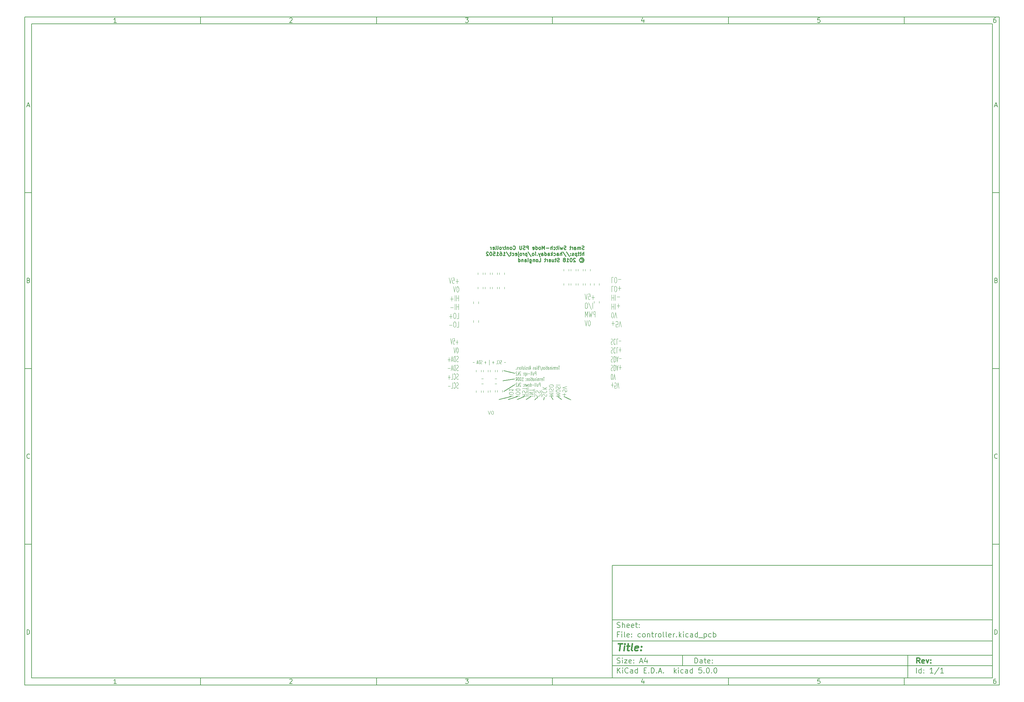
<source format=gbo>
G04 #@! TF.GenerationSoftware,KiCad,Pcbnew,5.0.0*
G04 #@! TF.CreationDate,2018-10-21T13:39:10+10:00*
G04 #@! TF.ProjectId,controller,636F6E74726F6C6C65722E6B69636164,rev?*
G04 #@! TF.SameCoordinates,Original*
G04 #@! TF.FileFunction,Legend,Bot*
G04 #@! TF.FilePolarity,Positive*
%FSLAX46Y46*%
G04 Gerber Fmt 4.6, Leading zero omitted, Abs format (unit mm)*
G04 Created by KiCad (PCBNEW 5.0.0) date Sun Oct 21 13:39:10 2018*
%MOMM*%
%LPD*%
G01*
G04 APERTURE LIST*
%ADD10C,0.100000*%
%ADD11C,0.150000*%
%ADD12C,0.300000*%
%ADD13C,0.400000*%
%ADD14C,0.250000*%
%ADD15C,0.200000*%
%ADD16C,0.120000*%
G04 APERTURE END LIST*
D10*
D11*
X177002200Y-166007200D02*
X177002200Y-198007200D01*
X285002200Y-198007200D01*
X285002200Y-166007200D01*
X177002200Y-166007200D01*
D10*
D11*
X10000000Y-10000000D02*
X10000000Y-200007200D01*
X287002200Y-200007200D01*
X287002200Y-10000000D01*
X10000000Y-10000000D01*
D10*
D11*
X12000000Y-12000000D02*
X12000000Y-198007200D01*
X285002200Y-198007200D01*
X285002200Y-12000000D01*
X12000000Y-12000000D01*
D10*
D11*
X60000000Y-12000000D02*
X60000000Y-10000000D01*
D10*
D11*
X110000000Y-12000000D02*
X110000000Y-10000000D01*
D10*
D11*
X160000000Y-12000000D02*
X160000000Y-10000000D01*
D10*
D11*
X210000000Y-12000000D02*
X210000000Y-10000000D01*
D10*
D11*
X260000000Y-12000000D02*
X260000000Y-10000000D01*
D10*
D11*
X36065476Y-11588095D02*
X35322619Y-11588095D01*
X35694047Y-11588095D02*
X35694047Y-10288095D01*
X35570238Y-10473809D01*
X35446428Y-10597619D01*
X35322619Y-10659523D01*
D10*
D11*
X85322619Y-10411904D02*
X85384523Y-10350000D01*
X85508333Y-10288095D01*
X85817857Y-10288095D01*
X85941666Y-10350000D01*
X86003571Y-10411904D01*
X86065476Y-10535714D01*
X86065476Y-10659523D01*
X86003571Y-10845238D01*
X85260714Y-11588095D01*
X86065476Y-11588095D01*
D10*
D11*
X135260714Y-10288095D02*
X136065476Y-10288095D01*
X135632142Y-10783333D01*
X135817857Y-10783333D01*
X135941666Y-10845238D01*
X136003571Y-10907142D01*
X136065476Y-11030952D01*
X136065476Y-11340476D01*
X136003571Y-11464285D01*
X135941666Y-11526190D01*
X135817857Y-11588095D01*
X135446428Y-11588095D01*
X135322619Y-11526190D01*
X135260714Y-11464285D01*
D10*
D11*
X185941666Y-10721428D02*
X185941666Y-11588095D01*
X185632142Y-10226190D02*
X185322619Y-11154761D01*
X186127380Y-11154761D01*
D10*
D11*
X236003571Y-10288095D02*
X235384523Y-10288095D01*
X235322619Y-10907142D01*
X235384523Y-10845238D01*
X235508333Y-10783333D01*
X235817857Y-10783333D01*
X235941666Y-10845238D01*
X236003571Y-10907142D01*
X236065476Y-11030952D01*
X236065476Y-11340476D01*
X236003571Y-11464285D01*
X235941666Y-11526190D01*
X235817857Y-11588095D01*
X235508333Y-11588095D01*
X235384523Y-11526190D01*
X235322619Y-11464285D01*
D10*
D11*
X285941666Y-10288095D02*
X285694047Y-10288095D01*
X285570238Y-10350000D01*
X285508333Y-10411904D01*
X285384523Y-10597619D01*
X285322619Y-10845238D01*
X285322619Y-11340476D01*
X285384523Y-11464285D01*
X285446428Y-11526190D01*
X285570238Y-11588095D01*
X285817857Y-11588095D01*
X285941666Y-11526190D01*
X286003571Y-11464285D01*
X286065476Y-11340476D01*
X286065476Y-11030952D01*
X286003571Y-10907142D01*
X285941666Y-10845238D01*
X285817857Y-10783333D01*
X285570238Y-10783333D01*
X285446428Y-10845238D01*
X285384523Y-10907142D01*
X285322619Y-11030952D01*
D10*
D11*
X60000000Y-198007200D02*
X60000000Y-200007200D01*
D10*
D11*
X110000000Y-198007200D02*
X110000000Y-200007200D01*
D10*
D11*
X160000000Y-198007200D02*
X160000000Y-200007200D01*
D10*
D11*
X210000000Y-198007200D02*
X210000000Y-200007200D01*
D10*
D11*
X260000000Y-198007200D02*
X260000000Y-200007200D01*
D10*
D11*
X36065476Y-199595295D02*
X35322619Y-199595295D01*
X35694047Y-199595295D02*
X35694047Y-198295295D01*
X35570238Y-198481009D01*
X35446428Y-198604819D01*
X35322619Y-198666723D01*
D10*
D11*
X85322619Y-198419104D02*
X85384523Y-198357200D01*
X85508333Y-198295295D01*
X85817857Y-198295295D01*
X85941666Y-198357200D01*
X86003571Y-198419104D01*
X86065476Y-198542914D01*
X86065476Y-198666723D01*
X86003571Y-198852438D01*
X85260714Y-199595295D01*
X86065476Y-199595295D01*
D10*
D11*
X135260714Y-198295295D02*
X136065476Y-198295295D01*
X135632142Y-198790533D01*
X135817857Y-198790533D01*
X135941666Y-198852438D01*
X136003571Y-198914342D01*
X136065476Y-199038152D01*
X136065476Y-199347676D01*
X136003571Y-199471485D01*
X135941666Y-199533390D01*
X135817857Y-199595295D01*
X135446428Y-199595295D01*
X135322619Y-199533390D01*
X135260714Y-199471485D01*
D10*
D11*
X185941666Y-198728628D02*
X185941666Y-199595295D01*
X185632142Y-198233390D02*
X185322619Y-199161961D01*
X186127380Y-199161961D01*
D10*
D11*
X236003571Y-198295295D02*
X235384523Y-198295295D01*
X235322619Y-198914342D01*
X235384523Y-198852438D01*
X235508333Y-198790533D01*
X235817857Y-198790533D01*
X235941666Y-198852438D01*
X236003571Y-198914342D01*
X236065476Y-199038152D01*
X236065476Y-199347676D01*
X236003571Y-199471485D01*
X235941666Y-199533390D01*
X235817857Y-199595295D01*
X235508333Y-199595295D01*
X235384523Y-199533390D01*
X235322619Y-199471485D01*
D10*
D11*
X285941666Y-198295295D02*
X285694047Y-198295295D01*
X285570238Y-198357200D01*
X285508333Y-198419104D01*
X285384523Y-198604819D01*
X285322619Y-198852438D01*
X285322619Y-199347676D01*
X285384523Y-199471485D01*
X285446428Y-199533390D01*
X285570238Y-199595295D01*
X285817857Y-199595295D01*
X285941666Y-199533390D01*
X286003571Y-199471485D01*
X286065476Y-199347676D01*
X286065476Y-199038152D01*
X286003571Y-198914342D01*
X285941666Y-198852438D01*
X285817857Y-198790533D01*
X285570238Y-198790533D01*
X285446428Y-198852438D01*
X285384523Y-198914342D01*
X285322619Y-199038152D01*
D10*
D11*
X10000000Y-60000000D02*
X12000000Y-60000000D01*
D10*
D11*
X10000000Y-110000000D02*
X12000000Y-110000000D01*
D10*
D11*
X10000000Y-160000000D02*
X12000000Y-160000000D01*
D10*
D11*
X10690476Y-35216666D02*
X11309523Y-35216666D01*
X10566666Y-35588095D02*
X11000000Y-34288095D01*
X11433333Y-35588095D01*
D10*
D11*
X11092857Y-84907142D02*
X11278571Y-84969047D01*
X11340476Y-85030952D01*
X11402380Y-85154761D01*
X11402380Y-85340476D01*
X11340476Y-85464285D01*
X11278571Y-85526190D01*
X11154761Y-85588095D01*
X10659523Y-85588095D01*
X10659523Y-84288095D01*
X11092857Y-84288095D01*
X11216666Y-84350000D01*
X11278571Y-84411904D01*
X11340476Y-84535714D01*
X11340476Y-84659523D01*
X11278571Y-84783333D01*
X11216666Y-84845238D01*
X11092857Y-84907142D01*
X10659523Y-84907142D01*
D10*
D11*
X11402380Y-135464285D02*
X11340476Y-135526190D01*
X11154761Y-135588095D01*
X11030952Y-135588095D01*
X10845238Y-135526190D01*
X10721428Y-135402380D01*
X10659523Y-135278571D01*
X10597619Y-135030952D01*
X10597619Y-134845238D01*
X10659523Y-134597619D01*
X10721428Y-134473809D01*
X10845238Y-134350000D01*
X11030952Y-134288095D01*
X11154761Y-134288095D01*
X11340476Y-134350000D01*
X11402380Y-134411904D01*
D10*
D11*
X10659523Y-185588095D02*
X10659523Y-184288095D01*
X10969047Y-184288095D01*
X11154761Y-184350000D01*
X11278571Y-184473809D01*
X11340476Y-184597619D01*
X11402380Y-184845238D01*
X11402380Y-185030952D01*
X11340476Y-185278571D01*
X11278571Y-185402380D01*
X11154761Y-185526190D01*
X10969047Y-185588095D01*
X10659523Y-185588095D01*
D10*
D11*
X287002200Y-60000000D02*
X285002200Y-60000000D01*
D10*
D11*
X287002200Y-110000000D02*
X285002200Y-110000000D01*
D10*
D11*
X287002200Y-160000000D02*
X285002200Y-160000000D01*
D10*
D11*
X285692676Y-35216666D02*
X286311723Y-35216666D01*
X285568866Y-35588095D02*
X286002200Y-34288095D01*
X286435533Y-35588095D01*
D10*
D11*
X286095057Y-84907142D02*
X286280771Y-84969047D01*
X286342676Y-85030952D01*
X286404580Y-85154761D01*
X286404580Y-85340476D01*
X286342676Y-85464285D01*
X286280771Y-85526190D01*
X286156961Y-85588095D01*
X285661723Y-85588095D01*
X285661723Y-84288095D01*
X286095057Y-84288095D01*
X286218866Y-84350000D01*
X286280771Y-84411904D01*
X286342676Y-84535714D01*
X286342676Y-84659523D01*
X286280771Y-84783333D01*
X286218866Y-84845238D01*
X286095057Y-84907142D01*
X285661723Y-84907142D01*
D10*
D11*
X286404580Y-135464285D02*
X286342676Y-135526190D01*
X286156961Y-135588095D01*
X286033152Y-135588095D01*
X285847438Y-135526190D01*
X285723628Y-135402380D01*
X285661723Y-135278571D01*
X285599819Y-135030952D01*
X285599819Y-134845238D01*
X285661723Y-134597619D01*
X285723628Y-134473809D01*
X285847438Y-134350000D01*
X286033152Y-134288095D01*
X286156961Y-134288095D01*
X286342676Y-134350000D01*
X286404580Y-134411904D01*
D10*
D11*
X285661723Y-185588095D02*
X285661723Y-184288095D01*
X285971247Y-184288095D01*
X286156961Y-184350000D01*
X286280771Y-184473809D01*
X286342676Y-184597619D01*
X286404580Y-184845238D01*
X286404580Y-185030952D01*
X286342676Y-185278571D01*
X286280771Y-185402380D01*
X286156961Y-185526190D01*
X285971247Y-185588095D01*
X285661723Y-185588095D01*
D10*
D11*
X200434342Y-193785771D02*
X200434342Y-192285771D01*
X200791485Y-192285771D01*
X201005771Y-192357200D01*
X201148628Y-192500057D01*
X201220057Y-192642914D01*
X201291485Y-192928628D01*
X201291485Y-193142914D01*
X201220057Y-193428628D01*
X201148628Y-193571485D01*
X201005771Y-193714342D01*
X200791485Y-193785771D01*
X200434342Y-193785771D01*
X202577200Y-193785771D02*
X202577200Y-193000057D01*
X202505771Y-192857200D01*
X202362914Y-192785771D01*
X202077200Y-192785771D01*
X201934342Y-192857200D01*
X202577200Y-193714342D02*
X202434342Y-193785771D01*
X202077200Y-193785771D01*
X201934342Y-193714342D01*
X201862914Y-193571485D01*
X201862914Y-193428628D01*
X201934342Y-193285771D01*
X202077200Y-193214342D01*
X202434342Y-193214342D01*
X202577200Y-193142914D01*
X203077200Y-192785771D02*
X203648628Y-192785771D01*
X203291485Y-192285771D02*
X203291485Y-193571485D01*
X203362914Y-193714342D01*
X203505771Y-193785771D01*
X203648628Y-193785771D01*
X204720057Y-193714342D02*
X204577200Y-193785771D01*
X204291485Y-193785771D01*
X204148628Y-193714342D01*
X204077200Y-193571485D01*
X204077200Y-193000057D01*
X204148628Y-192857200D01*
X204291485Y-192785771D01*
X204577200Y-192785771D01*
X204720057Y-192857200D01*
X204791485Y-193000057D01*
X204791485Y-193142914D01*
X204077200Y-193285771D01*
X205434342Y-193642914D02*
X205505771Y-193714342D01*
X205434342Y-193785771D01*
X205362914Y-193714342D01*
X205434342Y-193642914D01*
X205434342Y-193785771D01*
X205434342Y-192857200D02*
X205505771Y-192928628D01*
X205434342Y-193000057D01*
X205362914Y-192928628D01*
X205434342Y-192857200D01*
X205434342Y-193000057D01*
D10*
D11*
X177002200Y-194507200D02*
X285002200Y-194507200D01*
D10*
D11*
X178434342Y-196585771D02*
X178434342Y-195085771D01*
X179291485Y-196585771D02*
X178648628Y-195728628D01*
X179291485Y-195085771D02*
X178434342Y-195942914D01*
X179934342Y-196585771D02*
X179934342Y-195585771D01*
X179934342Y-195085771D02*
X179862914Y-195157200D01*
X179934342Y-195228628D01*
X180005771Y-195157200D01*
X179934342Y-195085771D01*
X179934342Y-195228628D01*
X181505771Y-196442914D02*
X181434342Y-196514342D01*
X181220057Y-196585771D01*
X181077200Y-196585771D01*
X180862914Y-196514342D01*
X180720057Y-196371485D01*
X180648628Y-196228628D01*
X180577200Y-195942914D01*
X180577200Y-195728628D01*
X180648628Y-195442914D01*
X180720057Y-195300057D01*
X180862914Y-195157200D01*
X181077200Y-195085771D01*
X181220057Y-195085771D01*
X181434342Y-195157200D01*
X181505771Y-195228628D01*
X182791485Y-196585771D02*
X182791485Y-195800057D01*
X182720057Y-195657200D01*
X182577200Y-195585771D01*
X182291485Y-195585771D01*
X182148628Y-195657200D01*
X182791485Y-196514342D02*
X182648628Y-196585771D01*
X182291485Y-196585771D01*
X182148628Y-196514342D01*
X182077200Y-196371485D01*
X182077200Y-196228628D01*
X182148628Y-196085771D01*
X182291485Y-196014342D01*
X182648628Y-196014342D01*
X182791485Y-195942914D01*
X184148628Y-196585771D02*
X184148628Y-195085771D01*
X184148628Y-196514342D02*
X184005771Y-196585771D01*
X183720057Y-196585771D01*
X183577200Y-196514342D01*
X183505771Y-196442914D01*
X183434342Y-196300057D01*
X183434342Y-195871485D01*
X183505771Y-195728628D01*
X183577200Y-195657200D01*
X183720057Y-195585771D01*
X184005771Y-195585771D01*
X184148628Y-195657200D01*
X186005771Y-195800057D02*
X186505771Y-195800057D01*
X186720057Y-196585771D02*
X186005771Y-196585771D01*
X186005771Y-195085771D01*
X186720057Y-195085771D01*
X187362914Y-196442914D02*
X187434342Y-196514342D01*
X187362914Y-196585771D01*
X187291485Y-196514342D01*
X187362914Y-196442914D01*
X187362914Y-196585771D01*
X188077200Y-196585771D02*
X188077200Y-195085771D01*
X188434342Y-195085771D01*
X188648628Y-195157200D01*
X188791485Y-195300057D01*
X188862914Y-195442914D01*
X188934342Y-195728628D01*
X188934342Y-195942914D01*
X188862914Y-196228628D01*
X188791485Y-196371485D01*
X188648628Y-196514342D01*
X188434342Y-196585771D01*
X188077200Y-196585771D01*
X189577200Y-196442914D02*
X189648628Y-196514342D01*
X189577200Y-196585771D01*
X189505771Y-196514342D01*
X189577200Y-196442914D01*
X189577200Y-196585771D01*
X190220057Y-196157200D02*
X190934342Y-196157200D01*
X190077200Y-196585771D02*
X190577200Y-195085771D01*
X191077200Y-196585771D01*
X191577200Y-196442914D02*
X191648628Y-196514342D01*
X191577200Y-196585771D01*
X191505771Y-196514342D01*
X191577200Y-196442914D01*
X191577200Y-196585771D01*
X194577200Y-196585771D02*
X194577200Y-195085771D01*
X194720057Y-196014342D02*
X195148628Y-196585771D01*
X195148628Y-195585771D02*
X194577200Y-196157200D01*
X195791485Y-196585771D02*
X195791485Y-195585771D01*
X195791485Y-195085771D02*
X195720057Y-195157200D01*
X195791485Y-195228628D01*
X195862914Y-195157200D01*
X195791485Y-195085771D01*
X195791485Y-195228628D01*
X197148628Y-196514342D02*
X197005771Y-196585771D01*
X196720057Y-196585771D01*
X196577200Y-196514342D01*
X196505771Y-196442914D01*
X196434342Y-196300057D01*
X196434342Y-195871485D01*
X196505771Y-195728628D01*
X196577200Y-195657200D01*
X196720057Y-195585771D01*
X197005771Y-195585771D01*
X197148628Y-195657200D01*
X198434342Y-196585771D02*
X198434342Y-195800057D01*
X198362914Y-195657200D01*
X198220057Y-195585771D01*
X197934342Y-195585771D01*
X197791485Y-195657200D01*
X198434342Y-196514342D02*
X198291485Y-196585771D01*
X197934342Y-196585771D01*
X197791485Y-196514342D01*
X197720057Y-196371485D01*
X197720057Y-196228628D01*
X197791485Y-196085771D01*
X197934342Y-196014342D01*
X198291485Y-196014342D01*
X198434342Y-195942914D01*
X199791485Y-196585771D02*
X199791485Y-195085771D01*
X199791485Y-196514342D02*
X199648628Y-196585771D01*
X199362914Y-196585771D01*
X199220057Y-196514342D01*
X199148628Y-196442914D01*
X199077200Y-196300057D01*
X199077200Y-195871485D01*
X199148628Y-195728628D01*
X199220057Y-195657200D01*
X199362914Y-195585771D01*
X199648628Y-195585771D01*
X199791485Y-195657200D01*
X202362914Y-195085771D02*
X201648628Y-195085771D01*
X201577200Y-195800057D01*
X201648628Y-195728628D01*
X201791485Y-195657200D01*
X202148628Y-195657200D01*
X202291485Y-195728628D01*
X202362914Y-195800057D01*
X202434342Y-195942914D01*
X202434342Y-196300057D01*
X202362914Y-196442914D01*
X202291485Y-196514342D01*
X202148628Y-196585771D01*
X201791485Y-196585771D01*
X201648628Y-196514342D01*
X201577200Y-196442914D01*
X203077200Y-196442914D02*
X203148628Y-196514342D01*
X203077200Y-196585771D01*
X203005771Y-196514342D01*
X203077200Y-196442914D01*
X203077200Y-196585771D01*
X204077200Y-195085771D02*
X204220057Y-195085771D01*
X204362914Y-195157200D01*
X204434342Y-195228628D01*
X204505771Y-195371485D01*
X204577200Y-195657200D01*
X204577200Y-196014342D01*
X204505771Y-196300057D01*
X204434342Y-196442914D01*
X204362914Y-196514342D01*
X204220057Y-196585771D01*
X204077200Y-196585771D01*
X203934342Y-196514342D01*
X203862914Y-196442914D01*
X203791485Y-196300057D01*
X203720057Y-196014342D01*
X203720057Y-195657200D01*
X203791485Y-195371485D01*
X203862914Y-195228628D01*
X203934342Y-195157200D01*
X204077200Y-195085771D01*
X205220057Y-196442914D02*
X205291485Y-196514342D01*
X205220057Y-196585771D01*
X205148628Y-196514342D01*
X205220057Y-196442914D01*
X205220057Y-196585771D01*
X206220057Y-195085771D02*
X206362914Y-195085771D01*
X206505771Y-195157200D01*
X206577200Y-195228628D01*
X206648628Y-195371485D01*
X206720057Y-195657200D01*
X206720057Y-196014342D01*
X206648628Y-196300057D01*
X206577200Y-196442914D01*
X206505771Y-196514342D01*
X206362914Y-196585771D01*
X206220057Y-196585771D01*
X206077200Y-196514342D01*
X206005771Y-196442914D01*
X205934342Y-196300057D01*
X205862914Y-196014342D01*
X205862914Y-195657200D01*
X205934342Y-195371485D01*
X206005771Y-195228628D01*
X206077200Y-195157200D01*
X206220057Y-195085771D01*
D10*
D11*
X177002200Y-191507200D02*
X285002200Y-191507200D01*
D10*
D12*
X264411485Y-193785771D02*
X263911485Y-193071485D01*
X263554342Y-193785771D02*
X263554342Y-192285771D01*
X264125771Y-192285771D01*
X264268628Y-192357200D01*
X264340057Y-192428628D01*
X264411485Y-192571485D01*
X264411485Y-192785771D01*
X264340057Y-192928628D01*
X264268628Y-193000057D01*
X264125771Y-193071485D01*
X263554342Y-193071485D01*
X265625771Y-193714342D02*
X265482914Y-193785771D01*
X265197200Y-193785771D01*
X265054342Y-193714342D01*
X264982914Y-193571485D01*
X264982914Y-193000057D01*
X265054342Y-192857200D01*
X265197200Y-192785771D01*
X265482914Y-192785771D01*
X265625771Y-192857200D01*
X265697200Y-193000057D01*
X265697200Y-193142914D01*
X264982914Y-193285771D01*
X266197200Y-192785771D02*
X266554342Y-193785771D01*
X266911485Y-192785771D01*
X267482914Y-193642914D02*
X267554342Y-193714342D01*
X267482914Y-193785771D01*
X267411485Y-193714342D01*
X267482914Y-193642914D01*
X267482914Y-193785771D01*
X267482914Y-192857200D02*
X267554342Y-192928628D01*
X267482914Y-193000057D01*
X267411485Y-192928628D01*
X267482914Y-192857200D01*
X267482914Y-193000057D01*
D10*
D11*
X178362914Y-193714342D02*
X178577200Y-193785771D01*
X178934342Y-193785771D01*
X179077200Y-193714342D01*
X179148628Y-193642914D01*
X179220057Y-193500057D01*
X179220057Y-193357200D01*
X179148628Y-193214342D01*
X179077200Y-193142914D01*
X178934342Y-193071485D01*
X178648628Y-193000057D01*
X178505771Y-192928628D01*
X178434342Y-192857200D01*
X178362914Y-192714342D01*
X178362914Y-192571485D01*
X178434342Y-192428628D01*
X178505771Y-192357200D01*
X178648628Y-192285771D01*
X179005771Y-192285771D01*
X179220057Y-192357200D01*
X179862914Y-193785771D02*
X179862914Y-192785771D01*
X179862914Y-192285771D02*
X179791485Y-192357200D01*
X179862914Y-192428628D01*
X179934342Y-192357200D01*
X179862914Y-192285771D01*
X179862914Y-192428628D01*
X180434342Y-192785771D02*
X181220057Y-192785771D01*
X180434342Y-193785771D01*
X181220057Y-193785771D01*
X182362914Y-193714342D02*
X182220057Y-193785771D01*
X181934342Y-193785771D01*
X181791485Y-193714342D01*
X181720057Y-193571485D01*
X181720057Y-193000057D01*
X181791485Y-192857200D01*
X181934342Y-192785771D01*
X182220057Y-192785771D01*
X182362914Y-192857200D01*
X182434342Y-193000057D01*
X182434342Y-193142914D01*
X181720057Y-193285771D01*
X183077200Y-193642914D02*
X183148628Y-193714342D01*
X183077200Y-193785771D01*
X183005771Y-193714342D01*
X183077200Y-193642914D01*
X183077200Y-193785771D01*
X183077200Y-192857200D02*
X183148628Y-192928628D01*
X183077200Y-193000057D01*
X183005771Y-192928628D01*
X183077200Y-192857200D01*
X183077200Y-193000057D01*
X184862914Y-193357200D02*
X185577200Y-193357200D01*
X184720057Y-193785771D02*
X185220057Y-192285771D01*
X185720057Y-193785771D01*
X186862914Y-192785771D02*
X186862914Y-193785771D01*
X186505771Y-192214342D02*
X186148628Y-193285771D01*
X187077200Y-193285771D01*
D10*
D11*
X263434342Y-196585771D02*
X263434342Y-195085771D01*
X264791485Y-196585771D02*
X264791485Y-195085771D01*
X264791485Y-196514342D02*
X264648628Y-196585771D01*
X264362914Y-196585771D01*
X264220057Y-196514342D01*
X264148628Y-196442914D01*
X264077200Y-196300057D01*
X264077200Y-195871485D01*
X264148628Y-195728628D01*
X264220057Y-195657200D01*
X264362914Y-195585771D01*
X264648628Y-195585771D01*
X264791485Y-195657200D01*
X265505771Y-196442914D02*
X265577200Y-196514342D01*
X265505771Y-196585771D01*
X265434342Y-196514342D01*
X265505771Y-196442914D01*
X265505771Y-196585771D01*
X265505771Y-195657200D02*
X265577200Y-195728628D01*
X265505771Y-195800057D01*
X265434342Y-195728628D01*
X265505771Y-195657200D01*
X265505771Y-195800057D01*
X268148628Y-196585771D02*
X267291485Y-196585771D01*
X267720057Y-196585771D02*
X267720057Y-195085771D01*
X267577200Y-195300057D01*
X267434342Y-195442914D01*
X267291485Y-195514342D01*
X269862914Y-195014342D02*
X268577200Y-196942914D01*
X271148628Y-196585771D02*
X270291485Y-196585771D01*
X270720057Y-196585771D02*
X270720057Y-195085771D01*
X270577200Y-195300057D01*
X270434342Y-195442914D01*
X270291485Y-195514342D01*
D10*
D11*
X177002200Y-187507200D02*
X285002200Y-187507200D01*
D10*
D13*
X178714580Y-188211961D02*
X179857438Y-188211961D01*
X179036009Y-190211961D02*
X179286009Y-188211961D01*
X180274104Y-190211961D02*
X180440771Y-188878628D01*
X180524104Y-188211961D02*
X180416961Y-188307200D01*
X180500295Y-188402438D01*
X180607438Y-188307200D01*
X180524104Y-188211961D01*
X180500295Y-188402438D01*
X181107438Y-188878628D02*
X181869342Y-188878628D01*
X181476485Y-188211961D02*
X181262200Y-189926247D01*
X181333628Y-190116723D01*
X181512200Y-190211961D01*
X181702676Y-190211961D01*
X182655057Y-190211961D02*
X182476485Y-190116723D01*
X182405057Y-189926247D01*
X182619342Y-188211961D01*
X184190771Y-190116723D02*
X183988390Y-190211961D01*
X183607438Y-190211961D01*
X183428866Y-190116723D01*
X183357438Y-189926247D01*
X183452676Y-189164342D01*
X183571723Y-188973866D01*
X183774104Y-188878628D01*
X184155057Y-188878628D01*
X184333628Y-188973866D01*
X184405057Y-189164342D01*
X184381247Y-189354819D01*
X183405057Y-189545295D01*
X185155057Y-190021485D02*
X185238390Y-190116723D01*
X185131247Y-190211961D01*
X185047914Y-190116723D01*
X185155057Y-190021485D01*
X185131247Y-190211961D01*
X185286009Y-188973866D02*
X185369342Y-189069104D01*
X185262200Y-189164342D01*
X185178866Y-189069104D01*
X185286009Y-188973866D01*
X185262200Y-189164342D01*
D10*
D11*
X178934342Y-185600057D02*
X178434342Y-185600057D01*
X178434342Y-186385771D02*
X178434342Y-184885771D01*
X179148628Y-184885771D01*
X179720057Y-186385771D02*
X179720057Y-185385771D01*
X179720057Y-184885771D02*
X179648628Y-184957200D01*
X179720057Y-185028628D01*
X179791485Y-184957200D01*
X179720057Y-184885771D01*
X179720057Y-185028628D01*
X180648628Y-186385771D02*
X180505771Y-186314342D01*
X180434342Y-186171485D01*
X180434342Y-184885771D01*
X181791485Y-186314342D02*
X181648628Y-186385771D01*
X181362914Y-186385771D01*
X181220057Y-186314342D01*
X181148628Y-186171485D01*
X181148628Y-185600057D01*
X181220057Y-185457200D01*
X181362914Y-185385771D01*
X181648628Y-185385771D01*
X181791485Y-185457200D01*
X181862914Y-185600057D01*
X181862914Y-185742914D01*
X181148628Y-185885771D01*
X182505771Y-186242914D02*
X182577200Y-186314342D01*
X182505771Y-186385771D01*
X182434342Y-186314342D01*
X182505771Y-186242914D01*
X182505771Y-186385771D01*
X182505771Y-185457200D02*
X182577200Y-185528628D01*
X182505771Y-185600057D01*
X182434342Y-185528628D01*
X182505771Y-185457200D01*
X182505771Y-185600057D01*
X185005771Y-186314342D02*
X184862914Y-186385771D01*
X184577200Y-186385771D01*
X184434342Y-186314342D01*
X184362914Y-186242914D01*
X184291485Y-186100057D01*
X184291485Y-185671485D01*
X184362914Y-185528628D01*
X184434342Y-185457200D01*
X184577200Y-185385771D01*
X184862914Y-185385771D01*
X185005771Y-185457200D01*
X185862914Y-186385771D02*
X185720057Y-186314342D01*
X185648628Y-186242914D01*
X185577200Y-186100057D01*
X185577200Y-185671485D01*
X185648628Y-185528628D01*
X185720057Y-185457200D01*
X185862914Y-185385771D01*
X186077200Y-185385771D01*
X186220057Y-185457200D01*
X186291485Y-185528628D01*
X186362914Y-185671485D01*
X186362914Y-186100057D01*
X186291485Y-186242914D01*
X186220057Y-186314342D01*
X186077200Y-186385771D01*
X185862914Y-186385771D01*
X187005771Y-185385771D02*
X187005771Y-186385771D01*
X187005771Y-185528628D02*
X187077200Y-185457200D01*
X187220057Y-185385771D01*
X187434342Y-185385771D01*
X187577200Y-185457200D01*
X187648628Y-185600057D01*
X187648628Y-186385771D01*
X188148628Y-185385771D02*
X188720057Y-185385771D01*
X188362914Y-184885771D02*
X188362914Y-186171485D01*
X188434342Y-186314342D01*
X188577200Y-186385771D01*
X188720057Y-186385771D01*
X189220057Y-186385771D02*
X189220057Y-185385771D01*
X189220057Y-185671485D02*
X189291485Y-185528628D01*
X189362914Y-185457200D01*
X189505771Y-185385771D01*
X189648628Y-185385771D01*
X190362914Y-186385771D02*
X190220057Y-186314342D01*
X190148628Y-186242914D01*
X190077200Y-186100057D01*
X190077200Y-185671485D01*
X190148628Y-185528628D01*
X190220057Y-185457200D01*
X190362914Y-185385771D01*
X190577200Y-185385771D01*
X190720057Y-185457200D01*
X190791485Y-185528628D01*
X190862914Y-185671485D01*
X190862914Y-186100057D01*
X190791485Y-186242914D01*
X190720057Y-186314342D01*
X190577200Y-186385771D01*
X190362914Y-186385771D01*
X191720057Y-186385771D02*
X191577200Y-186314342D01*
X191505771Y-186171485D01*
X191505771Y-184885771D01*
X192505771Y-186385771D02*
X192362914Y-186314342D01*
X192291485Y-186171485D01*
X192291485Y-184885771D01*
X193648628Y-186314342D02*
X193505771Y-186385771D01*
X193220057Y-186385771D01*
X193077200Y-186314342D01*
X193005771Y-186171485D01*
X193005771Y-185600057D01*
X193077200Y-185457200D01*
X193220057Y-185385771D01*
X193505771Y-185385771D01*
X193648628Y-185457200D01*
X193720057Y-185600057D01*
X193720057Y-185742914D01*
X193005771Y-185885771D01*
X194362914Y-186385771D02*
X194362914Y-185385771D01*
X194362914Y-185671485D02*
X194434342Y-185528628D01*
X194505771Y-185457200D01*
X194648628Y-185385771D01*
X194791485Y-185385771D01*
X195291485Y-186242914D02*
X195362914Y-186314342D01*
X195291485Y-186385771D01*
X195220057Y-186314342D01*
X195291485Y-186242914D01*
X195291485Y-186385771D01*
X196005771Y-186385771D02*
X196005771Y-184885771D01*
X196148628Y-185814342D02*
X196577200Y-186385771D01*
X196577200Y-185385771D02*
X196005771Y-185957200D01*
X197220057Y-186385771D02*
X197220057Y-185385771D01*
X197220057Y-184885771D02*
X197148628Y-184957200D01*
X197220057Y-185028628D01*
X197291485Y-184957200D01*
X197220057Y-184885771D01*
X197220057Y-185028628D01*
X198577200Y-186314342D02*
X198434342Y-186385771D01*
X198148628Y-186385771D01*
X198005771Y-186314342D01*
X197934342Y-186242914D01*
X197862914Y-186100057D01*
X197862914Y-185671485D01*
X197934342Y-185528628D01*
X198005771Y-185457200D01*
X198148628Y-185385771D01*
X198434342Y-185385771D01*
X198577200Y-185457200D01*
X199862914Y-186385771D02*
X199862914Y-185600057D01*
X199791485Y-185457200D01*
X199648628Y-185385771D01*
X199362914Y-185385771D01*
X199220057Y-185457200D01*
X199862914Y-186314342D02*
X199720057Y-186385771D01*
X199362914Y-186385771D01*
X199220057Y-186314342D01*
X199148628Y-186171485D01*
X199148628Y-186028628D01*
X199220057Y-185885771D01*
X199362914Y-185814342D01*
X199720057Y-185814342D01*
X199862914Y-185742914D01*
X201220057Y-186385771D02*
X201220057Y-184885771D01*
X201220057Y-186314342D02*
X201077200Y-186385771D01*
X200791485Y-186385771D01*
X200648628Y-186314342D01*
X200577200Y-186242914D01*
X200505771Y-186100057D01*
X200505771Y-185671485D01*
X200577200Y-185528628D01*
X200648628Y-185457200D01*
X200791485Y-185385771D01*
X201077200Y-185385771D01*
X201220057Y-185457200D01*
X201577200Y-186528628D02*
X202720057Y-186528628D01*
X203077200Y-185385771D02*
X203077200Y-186885771D01*
X203077200Y-185457200D02*
X203220057Y-185385771D01*
X203505771Y-185385771D01*
X203648628Y-185457200D01*
X203720057Y-185528628D01*
X203791485Y-185671485D01*
X203791485Y-186100057D01*
X203720057Y-186242914D01*
X203648628Y-186314342D01*
X203505771Y-186385771D01*
X203220057Y-186385771D01*
X203077200Y-186314342D01*
X205077200Y-186314342D02*
X204934342Y-186385771D01*
X204648628Y-186385771D01*
X204505771Y-186314342D01*
X204434342Y-186242914D01*
X204362914Y-186100057D01*
X204362914Y-185671485D01*
X204434342Y-185528628D01*
X204505771Y-185457200D01*
X204648628Y-185385771D01*
X204934342Y-185385771D01*
X205077200Y-185457200D01*
X205720057Y-186385771D02*
X205720057Y-184885771D01*
X205720057Y-185457200D02*
X205862914Y-185385771D01*
X206148628Y-185385771D01*
X206291485Y-185457200D01*
X206362914Y-185528628D01*
X206434342Y-185671485D01*
X206434342Y-186100057D01*
X206362914Y-186242914D01*
X206291485Y-186314342D01*
X206148628Y-186385771D01*
X205862914Y-186385771D01*
X205720057Y-186314342D01*
D10*
D11*
X177002200Y-181507200D02*
X285002200Y-181507200D01*
D10*
D11*
X178362914Y-183614342D02*
X178577200Y-183685771D01*
X178934342Y-183685771D01*
X179077200Y-183614342D01*
X179148628Y-183542914D01*
X179220057Y-183400057D01*
X179220057Y-183257200D01*
X179148628Y-183114342D01*
X179077200Y-183042914D01*
X178934342Y-182971485D01*
X178648628Y-182900057D01*
X178505771Y-182828628D01*
X178434342Y-182757200D01*
X178362914Y-182614342D01*
X178362914Y-182471485D01*
X178434342Y-182328628D01*
X178505771Y-182257200D01*
X178648628Y-182185771D01*
X179005771Y-182185771D01*
X179220057Y-182257200D01*
X179862914Y-183685771D02*
X179862914Y-182185771D01*
X180505771Y-183685771D02*
X180505771Y-182900057D01*
X180434342Y-182757200D01*
X180291485Y-182685771D01*
X180077200Y-182685771D01*
X179934342Y-182757200D01*
X179862914Y-182828628D01*
X181791485Y-183614342D02*
X181648628Y-183685771D01*
X181362914Y-183685771D01*
X181220057Y-183614342D01*
X181148628Y-183471485D01*
X181148628Y-182900057D01*
X181220057Y-182757200D01*
X181362914Y-182685771D01*
X181648628Y-182685771D01*
X181791485Y-182757200D01*
X181862914Y-182900057D01*
X181862914Y-183042914D01*
X181148628Y-183185771D01*
X183077200Y-183614342D02*
X182934342Y-183685771D01*
X182648628Y-183685771D01*
X182505771Y-183614342D01*
X182434342Y-183471485D01*
X182434342Y-182900057D01*
X182505771Y-182757200D01*
X182648628Y-182685771D01*
X182934342Y-182685771D01*
X183077200Y-182757200D01*
X183148628Y-182900057D01*
X183148628Y-183042914D01*
X182434342Y-183185771D01*
X183577200Y-182685771D02*
X184148628Y-182685771D01*
X183791485Y-182185771D02*
X183791485Y-183471485D01*
X183862914Y-183614342D01*
X184005771Y-183685771D01*
X184148628Y-183685771D01*
X184648628Y-183542914D02*
X184720057Y-183614342D01*
X184648628Y-183685771D01*
X184577200Y-183614342D01*
X184648628Y-183542914D01*
X184648628Y-183685771D01*
X184648628Y-182757200D02*
X184720057Y-182828628D01*
X184648628Y-182900057D01*
X184577200Y-182828628D01*
X184648628Y-182757200D01*
X184648628Y-182900057D01*
D10*
D11*
X197002200Y-191507200D02*
X197002200Y-194507200D01*
D10*
D11*
X261002200Y-191507200D02*
X261002200Y-198007200D01*
D10*
X171874523Y-89764285D02*
X171112619Y-89764285D01*
X171493571Y-90373809D02*
X171493571Y-89154761D01*
X170160238Y-88773809D02*
X170636428Y-88773809D01*
X170684047Y-89535714D01*
X170636428Y-89459523D01*
X170541190Y-89383333D01*
X170303095Y-89383333D01*
X170207857Y-89459523D01*
X170160238Y-89535714D01*
X170112619Y-89688095D01*
X170112619Y-90069047D01*
X170160238Y-90221428D01*
X170207857Y-90297619D01*
X170303095Y-90373809D01*
X170541190Y-90373809D01*
X170636428Y-90297619D01*
X170684047Y-90221428D01*
X169826904Y-88773809D02*
X169493571Y-90373809D01*
X169160238Y-88773809D01*
X171398333Y-92873809D02*
X171398333Y-91273809D01*
X170207857Y-91197619D02*
X171065000Y-93254761D01*
X169684047Y-91273809D02*
X169493571Y-91273809D01*
X169398333Y-91350000D01*
X169303095Y-91502380D01*
X169255476Y-91807142D01*
X169255476Y-92340476D01*
X169303095Y-92645238D01*
X169398333Y-92797619D01*
X169493571Y-92873809D01*
X169684047Y-92873809D01*
X169779285Y-92797619D01*
X169874523Y-92645238D01*
X169922142Y-92340476D01*
X169922142Y-91807142D01*
X169874523Y-91502380D01*
X169779285Y-91350000D01*
X169684047Y-91273809D01*
X172112619Y-95373809D02*
X172112619Y-93773809D01*
X171731666Y-93773809D01*
X171636428Y-93850000D01*
X171588809Y-93926190D01*
X171541190Y-94078571D01*
X171541190Y-94307142D01*
X171588809Y-94459523D01*
X171636428Y-94535714D01*
X171731666Y-94611904D01*
X172112619Y-94611904D01*
X171207857Y-93773809D02*
X170969761Y-95373809D01*
X170779285Y-94230952D01*
X170588809Y-95373809D01*
X170350714Y-93773809D01*
X169969761Y-95373809D02*
X169969761Y-93773809D01*
X169636428Y-94916666D01*
X169303095Y-93773809D01*
X169303095Y-95373809D01*
X170445952Y-96273809D02*
X170350714Y-96273809D01*
X170255476Y-96350000D01*
X170207857Y-96426190D01*
X170160238Y-96578571D01*
X170112619Y-96883333D01*
X170112619Y-97264285D01*
X170160238Y-97569047D01*
X170207857Y-97721428D01*
X170255476Y-97797619D01*
X170350714Y-97873809D01*
X170445952Y-97873809D01*
X170541190Y-97797619D01*
X170588809Y-97721428D01*
X170636428Y-97569047D01*
X170684047Y-97264285D01*
X170684047Y-96883333D01*
X170636428Y-96578571D01*
X170588809Y-96426190D01*
X170541190Y-96350000D01*
X170445952Y-96273809D01*
X169826904Y-96273809D02*
X169493571Y-97873809D01*
X169160238Y-96273809D01*
X176655476Y-114635714D02*
X177265000Y-114635714D01*
X176960238Y-114026190D02*
X176960238Y-115245238D01*
X178026904Y-115626190D02*
X177645952Y-115626190D01*
X177607857Y-114864285D01*
X177645952Y-114940476D01*
X177722142Y-115016666D01*
X177912619Y-115016666D01*
X177988809Y-114940476D01*
X178026904Y-114864285D01*
X178065000Y-114711904D01*
X178065000Y-114330952D01*
X178026904Y-114178571D01*
X177988809Y-114102380D01*
X177912619Y-114026190D01*
X177722142Y-114026190D01*
X177645952Y-114102380D01*
X177607857Y-114178571D01*
X178293571Y-115626190D02*
X178560238Y-114026190D01*
X178826904Y-115626190D01*
X176807857Y-113126190D02*
X176884047Y-113126190D01*
X176960238Y-113050000D01*
X176998333Y-112973809D01*
X177036428Y-112821428D01*
X177074523Y-112516666D01*
X177074523Y-112135714D01*
X177036428Y-111830952D01*
X176998333Y-111678571D01*
X176960238Y-111602380D01*
X176884047Y-111526190D01*
X176807857Y-111526190D01*
X176731666Y-111602380D01*
X176693571Y-111678571D01*
X176655476Y-111830952D01*
X176617380Y-112135714D01*
X176617380Y-112516666D01*
X176655476Y-112821428D01*
X176693571Y-112973809D01*
X176731666Y-113050000D01*
X176807857Y-113126190D01*
X177303095Y-113126190D02*
X177569761Y-111526190D01*
X177836428Y-113126190D01*
X176617380Y-109102380D02*
X176731666Y-109026190D01*
X176922142Y-109026190D01*
X176998333Y-109102380D01*
X177036428Y-109178571D01*
X177074523Y-109330952D01*
X177074523Y-109483333D01*
X177036428Y-109635714D01*
X176998333Y-109711904D01*
X176922142Y-109788095D01*
X176769761Y-109864285D01*
X176693571Y-109940476D01*
X176655476Y-110016666D01*
X176617380Y-110169047D01*
X176617380Y-110321428D01*
X176655476Y-110473809D01*
X176693571Y-110550000D01*
X176769761Y-110626190D01*
X176960238Y-110626190D01*
X177074523Y-110550000D01*
X177417380Y-109026190D02*
X177417380Y-110626190D01*
X177607857Y-110626190D01*
X177722142Y-110550000D01*
X177798333Y-110397619D01*
X177836428Y-110245238D01*
X177874523Y-109940476D01*
X177874523Y-109711904D01*
X177836428Y-109407142D01*
X177798333Y-109254761D01*
X177722142Y-109102380D01*
X177607857Y-109026190D01*
X177417380Y-109026190D01*
X178179285Y-109483333D02*
X178560238Y-109483333D01*
X178103095Y-109026190D02*
X178369761Y-110626190D01*
X178636428Y-109026190D01*
X178903095Y-109635714D02*
X179512619Y-109635714D01*
X179207857Y-109026190D02*
X179207857Y-110245238D01*
X176617380Y-106602380D02*
X176731666Y-106526190D01*
X176922142Y-106526190D01*
X176998333Y-106602380D01*
X177036428Y-106678571D01*
X177074523Y-106830952D01*
X177074523Y-106983333D01*
X177036428Y-107135714D01*
X176998333Y-107211904D01*
X176922142Y-107288095D01*
X176769761Y-107364285D01*
X176693571Y-107440476D01*
X176655476Y-107516666D01*
X176617380Y-107669047D01*
X176617380Y-107821428D01*
X176655476Y-107973809D01*
X176693571Y-108050000D01*
X176769761Y-108126190D01*
X176960238Y-108126190D01*
X177074523Y-108050000D01*
X177417380Y-106526190D02*
X177417380Y-108126190D01*
X177607857Y-108126190D01*
X177722142Y-108050000D01*
X177798333Y-107897619D01*
X177836428Y-107745238D01*
X177874523Y-107440476D01*
X177874523Y-107211904D01*
X177836428Y-106907142D01*
X177798333Y-106754761D01*
X177722142Y-106602380D01*
X177607857Y-106526190D01*
X177417380Y-106526190D01*
X178179285Y-106983333D02*
X178560238Y-106983333D01*
X178103095Y-106526190D02*
X178369761Y-108126190D01*
X178636428Y-106526190D01*
X178903095Y-107135714D02*
X179512619Y-107135714D01*
X176617380Y-104102380D02*
X176731666Y-104026190D01*
X176922142Y-104026190D01*
X176998333Y-104102380D01*
X177036428Y-104178571D01*
X177074523Y-104330952D01*
X177074523Y-104483333D01*
X177036428Y-104635714D01*
X176998333Y-104711904D01*
X176922142Y-104788095D01*
X176769761Y-104864285D01*
X176693571Y-104940476D01*
X176655476Y-105016666D01*
X176617380Y-105169047D01*
X176617380Y-105321428D01*
X176655476Y-105473809D01*
X176693571Y-105550000D01*
X176769761Y-105626190D01*
X176960238Y-105626190D01*
X177074523Y-105550000D01*
X177874523Y-104178571D02*
X177836428Y-104102380D01*
X177722142Y-104026190D01*
X177645952Y-104026190D01*
X177531666Y-104102380D01*
X177455476Y-104254761D01*
X177417380Y-104407142D01*
X177379285Y-104711904D01*
X177379285Y-104940476D01*
X177417380Y-105245238D01*
X177455476Y-105397619D01*
X177531666Y-105550000D01*
X177645952Y-105626190D01*
X177722142Y-105626190D01*
X177836428Y-105550000D01*
X177874523Y-105473809D01*
X178598333Y-104026190D02*
X178217380Y-104026190D01*
X178217380Y-105626190D01*
X178865000Y-104635714D02*
X179474523Y-104635714D01*
X179169761Y-104026190D02*
X179169761Y-105245238D01*
X176617380Y-101602380D02*
X176731666Y-101526190D01*
X176922142Y-101526190D01*
X176998333Y-101602380D01*
X177036428Y-101678571D01*
X177074523Y-101830952D01*
X177074523Y-101983333D01*
X177036428Y-102135714D01*
X176998333Y-102211904D01*
X176922142Y-102288095D01*
X176769761Y-102364285D01*
X176693571Y-102440476D01*
X176655476Y-102516666D01*
X176617380Y-102669047D01*
X176617380Y-102821428D01*
X176655476Y-102973809D01*
X176693571Y-103050000D01*
X176769761Y-103126190D01*
X176960238Y-103126190D01*
X177074523Y-103050000D01*
X177874523Y-101678571D02*
X177836428Y-101602380D01*
X177722142Y-101526190D01*
X177645952Y-101526190D01*
X177531666Y-101602380D01*
X177455476Y-101754761D01*
X177417380Y-101907142D01*
X177379285Y-102211904D01*
X177379285Y-102440476D01*
X177417380Y-102745238D01*
X177455476Y-102897619D01*
X177531666Y-103050000D01*
X177645952Y-103126190D01*
X177722142Y-103126190D01*
X177836428Y-103050000D01*
X177874523Y-102973809D01*
X178598333Y-101526190D02*
X178217380Y-101526190D01*
X178217380Y-103126190D01*
X178865000Y-102135714D02*
X179474523Y-102135714D01*
X133144523Y-102464285D02*
X132535000Y-102464285D01*
X132839761Y-103073809D02*
X132839761Y-101854761D01*
X131773095Y-101473809D02*
X132154047Y-101473809D01*
X132192142Y-102235714D01*
X132154047Y-102159523D01*
X132077857Y-102083333D01*
X131887380Y-102083333D01*
X131811190Y-102159523D01*
X131773095Y-102235714D01*
X131735000Y-102388095D01*
X131735000Y-102769047D01*
X131773095Y-102921428D01*
X131811190Y-102997619D01*
X131887380Y-103073809D01*
X132077857Y-103073809D01*
X132154047Y-102997619D01*
X132192142Y-102921428D01*
X131506428Y-101473809D02*
X131239761Y-103073809D01*
X130973095Y-101473809D01*
X132992142Y-103973809D02*
X132915952Y-103973809D01*
X132839761Y-104050000D01*
X132801666Y-104126190D01*
X132763571Y-104278571D01*
X132725476Y-104583333D01*
X132725476Y-104964285D01*
X132763571Y-105269047D01*
X132801666Y-105421428D01*
X132839761Y-105497619D01*
X132915952Y-105573809D01*
X132992142Y-105573809D01*
X133068333Y-105497619D01*
X133106428Y-105421428D01*
X133144523Y-105269047D01*
X133182619Y-104964285D01*
X133182619Y-104583333D01*
X133144523Y-104278571D01*
X133106428Y-104126190D01*
X133068333Y-104050000D01*
X132992142Y-103973809D01*
X132496904Y-103973809D02*
X132230238Y-105573809D01*
X131963571Y-103973809D01*
X133182619Y-107997619D02*
X133068333Y-108073809D01*
X132877857Y-108073809D01*
X132801666Y-107997619D01*
X132763571Y-107921428D01*
X132725476Y-107769047D01*
X132725476Y-107616666D01*
X132763571Y-107464285D01*
X132801666Y-107388095D01*
X132877857Y-107311904D01*
X133030238Y-107235714D01*
X133106428Y-107159523D01*
X133144523Y-107083333D01*
X133182619Y-106930952D01*
X133182619Y-106778571D01*
X133144523Y-106626190D01*
X133106428Y-106550000D01*
X133030238Y-106473809D01*
X132839761Y-106473809D01*
X132725476Y-106550000D01*
X132382619Y-108073809D02*
X132382619Y-106473809D01*
X132192142Y-106473809D01*
X132077857Y-106550000D01*
X132001666Y-106702380D01*
X131963571Y-106854761D01*
X131925476Y-107159523D01*
X131925476Y-107388095D01*
X131963571Y-107692857D01*
X132001666Y-107845238D01*
X132077857Y-107997619D01*
X132192142Y-108073809D01*
X132382619Y-108073809D01*
X131620714Y-107616666D02*
X131239761Y-107616666D01*
X131696904Y-108073809D02*
X131430238Y-106473809D01*
X131163571Y-108073809D01*
X130896904Y-107464285D02*
X130287380Y-107464285D01*
X130592142Y-108073809D02*
X130592142Y-106854761D01*
X133182619Y-110497619D02*
X133068333Y-110573809D01*
X132877857Y-110573809D01*
X132801666Y-110497619D01*
X132763571Y-110421428D01*
X132725476Y-110269047D01*
X132725476Y-110116666D01*
X132763571Y-109964285D01*
X132801666Y-109888095D01*
X132877857Y-109811904D01*
X133030238Y-109735714D01*
X133106428Y-109659523D01*
X133144523Y-109583333D01*
X133182619Y-109430952D01*
X133182619Y-109278571D01*
X133144523Y-109126190D01*
X133106428Y-109050000D01*
X133030238Y-108973809D01*
X132839761Y-108973809D01*
X132725476Y-109050000D01*
X132382619Y-110573809D02*
X132382619Y-108973809D01*
X132192142Y-108973809D01*
X132077857Y-109050000D01*
X132001666Y-109202380D01*
X131963571Y-109354761D01*
X131925476Y-109659523D01*
X131925476Y-109888095D01*
X131963571Y-110192857D01*
X132001666Y-110345238D01*
X132077857Y-110497619D01*
X132192142Y-110573809D01*
X132382619Y-110573809D01*
X131620714Y-110116666D02*
X131239761Y-110116666D01*
X131696904Y-110573809D02*
X131430238Y-108973809D01*
X131163571Y-110573809D01*
X130896904Y-109964285D02*
X130287380Y-109964285D01*
X133182619Y-112997619D02*
X133068333Y-113073809D01*
X132877857Y-113073809D01*
X132801666Y-112997619D01*
X132763571Y-112921428D01*
X132725476Y-112769047D01*
X132725476Y-112616666D01*
X132763571Y-112464285D01*
X132801666Y-112388095D01*
X132877857Y-112311904D01*
X133030238Y-112235714D01*
X133106428Y-112159523D01*
X133144523Y-112083333D01*
X133182619Y-111930952D01*
X133182619Y-111778571D01*
X133144523Y-111626190D01*
X133106428Y-111550000D01*
X133030238Y-111473809D01*
X132839761Y-111473809D01*
X132725476Y-111550000D01*
X131925476Y-112921428D02*
X131963571Y-112997619D01*
X132077857Y-113073809D01*
X132154047Y-113073809D01*
X132268333Y-112997619D01*
X132344523Y-112845238D01*
X132382619Y-112692857D01*
X132420714Y-112388095D01*
X132420714Y-112159523D01*
X132382619Y-111854761D01*
X132344523Y-111702380D01*
X132268333Y-111550000D01*
X132154047Y-111473809D01*
X132077857Y-111473809D01*
X131963571Y-111550000D01*
X131925476Y-111626190D01*
X131201666Y-113073809D02*
X131582619Y-113073809D01*
X131582619Y-111473809D01*
X130935000Y-112464285D02*
X130325476Y-112464285D01*
X130630238Y-113073809D02*
X130630238Y-111854761D01*
X133182619Y-115497619D02*
X133068333Y-115573809D01*
X132877857Y-115573809D01*
X132801666Y-115497619D01*
X132763571Y-115421428D01*
X132725476Y-115269047D01*
X132725476Y-115116666D01*
X132763571Y-114964285D01*
X132801666Y-114888095D01*
X132877857Y-114811904D01*
X133030238Y-114735714D01*
X133106428Y-114659523D01*
X133144523Y-114583333D01*
X133182619Y-114430952D01*
X133182619Y-114278571D01*
X133144523Y-114126190D01*
X133106428Y-114050000D01*
X133030238Y-113973809D01*
X132839761Y-113973809D01*
X132725476Y-114050000D01*
X131925476Y-115421428D02*
X131963571Y-115497619D01*
X132077857Y-115573809D01*
X132154047Y-115573809D01*
X132268333Y-115497619D01*
X132344523Y-115345238D01*
X132382619Y-115192857D01*
X132420714Y-114888095D01*
X132420714Y-114659523D01*
X132382619Y-114354761D01*
X132344523Y-114202380D01*
X132268333Y-114050000D01*
X132154047Y-113973809D01*
X132077857Y-113973809D01*
X131963571Y-114050000D01*
X131925476Y-114126190D01*
X131201666Y-115573809D02*
X131582619Y-115573809D01*
X131582619Y-113973809D01*
X130935000Y-114964285D02*
X130325476Y-114964285D01*
X176803095Y-97135714D02*
X177565000Y-97135714D01*
X177184047Y-96526190D02*
X177184047Y-97745238D01*
X178517380Y-98126190D02*
X178041190Y-98126190D01*
X177993571Y-97364285D01*
X178041190Y-97440476D01*
X178136428Y-97516666D01*
X178374523Y-97516666D01*
X178469761Y-97440476D01*
X178517380Y-97364285D01*
X178565000Y-97211904D01*
X178565000Y-96830952D01*
X178517380Y-96678571D01*
X178469761Y-96602380D01*
X178374523Y-96526190D01*
X178136428Y-96526190D01*
X178041190Y-96602380D01*
X177993571Y-96678571D01*
X178850714Y-98126190D02*
X179184047Y-96526190D01*
X179517380Y-98126190D01*
X176993571Y-95626190D02*
X177088809Y-95626190D01*
X177184047Y-95550000D01*
X177231666Y-95473809D01*
X177279285Y-95321428D01*
X177326904Y-95016666D01*
X177326904Y-94635714D01*
X177279285Y-94330952D01*
X177231666Y-94178571D01*
X177184047Y-94102380D01*
X177088809Y-94026190D01*
X176993571Y-94026190D01*
X176898333Y-94102380D01*
X176850714Y-94178571D01*
X176803095Y-94330952D01*
X176755476Y-94635714D01*
X176755476Y-95016666D01*
X176803095Y-95321428D01*
X176850714Y-95473809D01*
X176898333Y-95550000D01*
X176993571Y-95626190D01*
X177612619Y-95626190D02*
X177945952Y-94026190D01*
X178279285Y-95626190D01*
X176803095Y-91526190D02*
X176803095Y-93126190D01*
X176803095Y-92364285D02*
X177374523Y-92364285D01*
X177374523Y-91526190D02*
X177374523Y-93126190D01*
X177850714Y-91526190D02*
X177850714Y-93126190D01*
X178326904Y-92135714D02*
X179088809Y-92135714D01*
X178707857Y-91526190D02*
X178707857Y-92745238D01*
X176803095Y-89026190D02*
X176803095Y-90626190D01*
X176803095Y-89864285D02*
X177374523Y-89864285D01*
X177374523Y-89026190D02*
X177374523Y-90626190D01*
X177850714Y-89026190D02*
X177850714Y-90626190D01*
X178326904Y-89635714D02*
X179088809Y-89635714D01*
X177279285Y-86526190D02*
X176803095Y-86526190D01*
X176803095Y-88126190D01*
X177803095Y-88126190D02*
X177993571Y-88126190D01*
X178088809Y-88050000D01*
X178184047Y-87897619D01*
X178231666Y-87592857D01*
X178231666Y-87059523D01*
X178184047Y-86754761D01*
X178088809Y-86602380D01*
X177993571Y-86526190D01*
X177803095Y-86526190D01*
X177707857Y-86602380D01*
X177612619Y-86754761D01*
X177565000Y-87059523D01*
X177565000Y-87592857D01*
X177612619Y-87897619D01*
X177707857Y-88050000D01*
X177803095Y-88126190D01*
X178660238Y-87135714D02*
X179422142Y-87135714D01*
X179041190Y-86526190D02*
X179041190Y-87745238D01*
X177279285Y-84026190D02*
X176803095Y-84026190D01*
X176803095Y-85626190D01*
X177803095Y-85626190D02*
X177993571Y-85626190D01*
X178088809Y-85550000D01*
X178184047Y-85397619D01*
X178231666Y-85092857D01*
X178231666Y-84559523D01*
X178184047Y-84254761D01*
X178088809Y-84102380D01*
X177993571Y-84026190D01*
X177803095Y-84026190D01*
X177707857Y-84102380D01*
X177612619Y-84254761D01*
X177565000Y-84559523D01*
X177565000Y-85092857D01*
X177612619Y-85397619D01*
X177707857Y-85550000D01*
X177803095Y-85626190D01*
X178660238Y-84635714D02*
X179422142Y-84635714D01*
X133296904Y-85164285D02*
X132535000Y-85164285D01*
X132915952Y-85773809D02*
X132915952Y-84554761D01*
X131582619Y-84173809D02*
X132058809Y-84173809D01*
X132106428Y-84935714D01*
X132058809Y-84859523D01*
X131963571Y-84783333D01*
X131725476Y-84783333D01*
X131630238Y-84859523D01*
X131582619Y-84935714D01*
X131535000Y-85088095D01*
X131535000Y-85469047D01*
X131582619Y-85621428D01*
X131630238Y-85697619D01*
X131725476Y-85773809D01*
X131963571Y-85773809D01*
X132058809Y-85697619D01*
X132106428Y-85621428D01*
X131249285Y-84173809D02*
X130915952Y-85773809D01*
X130582619Y-84173809D01*
X133106428Y-86673809D02*
X133011190Y-86673809D01*
X132915952Y-86750000D01*
X132868333Y-86826190D01*
X132820714Y-86978571D01*
X132773095Y-87283333D01*
X132773095Y-87664285D01*
X132820714Y-87969047D01*
X132868333Y-88121428D01*
X132915952Y-88197619D01*
X133011190Y-88273809D01*
X133106428Y-88273809D01*
X133201666Y-88197619D01*
X133249285Y-88121428D01*
X133296904Y-87969047D01*
X133344523Y-87664285D01*
X133344523Y-87283333D01*
X133296904Y-86978571D01*
X133249285Y-86826190D01*
X133201666Y-86750000D01*
X133106428Y-86673809D01*
X132487380Y-86673809D02*
X132154047Y-88273809D01*
X131820714Y-86673809D01*
X133296904Y-90773809D02*
X133296904Y-89173809D01*
X133296904Y-89935714D02*
X132725476Y-89935714D01*
X132725476Y-90773809D02*
X132725476Y-89173809D01*
X132249285Y-90773809D02*
X132249285Y-89173809D01*
X131773095Y-90164285D02*
X131011190Y-90164285D01*
X131392142Y-90773809D02*
X131392142Y-89554761D01*
X133296904Y-93273809D02*
X133296904Y-91673809D01*
X133296904Y-92435714D02*
X132725476Y-92435714D01*
X132725476Y-93273809D02*
X132725476Y-91673809D01*
X132249285Y-93273809D02*
X132249285Y-91673809D01*
X131773095Y-92664285D02*
X131011190Y-92664285D01*
X132820714Y-95773809D02*
X133296904Y-95773809D01*
X133296904Y-94173809D01*
X132296904Y-94173809D02*
X132106428Y-94173809D01*
X132011190Y-94250000D01*
X131915952Y-94402380D01*
X131868333Y-94707142D01*
X131868333Y-95240476D01*
X131915952Y-95545238D01*
X132011190Y-95697619D01*
X132106428Y-95773809D01*
X132296904Y-95773809D01*
X132392142Y-95697619D01*
X132487380Y-95545238D01*
X132535000Y-95240476D01*
X132535000Y-94707142D01*
X132487380Y-94402380D01*
X132392142Y-94250000D01*
X132296904Y-94173809D01*
X131439761Y-95164285D02*
X130677857Y-95164285D01*
X131058809Y-95773809D02*
X131058809Y-94554761D01*
X132820714Y-98273809D02*
X133296904Y-98273809D01*
X133296904Y-96673809D01*
X132296904Y-96673809D02*
X132106428Y-96673809D01*
X132011190Y-96750000D01*
X131915952Y-96902380D01*
X131868333Y-97207142D01*
X131868333Y-97740476D01*
X131915952Y-98045238D01*
X132011190Y-98197619D01*
X132106428Y-98273809D01*
X132296904Y-98273809D01*
X132392142Y-98197619D01*
X132487380Y-98045238D01*
X132535000Y-97740476D01*
X132535000Y-97207142D01*
X132487380Y-96902380D01*
X132392142Y-96750000D01*
X132296904Y-96673809D01*
X131439761Y-97664285D02*
X130677857Y-97664285D01*
D14*
X168947023Y-76062761D02*
X168804166Y-76110380D01*
X168566071Y-76110380D01*
X168470833Y-76062761D01*
X168423214Y-76015142D01*
X168375595Y-75919904D01*
X168375595Y-75824666D01*
X168423214Y-75729428D01*
X168470833Y-75681809D01*
X168566071Y-75634190D01*
X168756547Y-75586571D01*
X168851785Y-75538952D01*
X168899404Y-75491333D01*
X168947023Y-75396095D01*
X168947023Y-75300857D01*
X168899404Y-75205619D01*
X168851785Y-75158000D01*
X168756547Y-75110380D01*
X168518452Y-75110380D01*
X168375595Y-75158000D01*
X167947023Y-76110380D02*
X167947023Y-75443714D01*
X167947023Y-75538952D02*
X167899404Y-75491333D01*
X167804166Y-75443714D01*
X167661309Y-75443714D01*
X167566071Y-75491333D01*
X167518452Y-75586571D01*
X167518452Y-76110380D01*
X167518452Y-75586571D02*
X167470833Y-75491333D01*
X167375595Y-75443714D01*
X167232738Y-75443714D01*
X167137500Y-75491333D01*
X167089880Y-75586571D01*
X167089880Y-76110380D01*
X166185119Y-76110380D02*
X166185119Y-75586571D01*
X166232738Y-75491333D01*
X166327976Y-75443714D01*
X166518452Y-75443714D01*
X166613690Y-75491333D01*
X166185119Y-76062761D02*
X166280357Y-76110380D01*
X166518452Y-76110380D01*
X166613690Y-76062761D01*
X166661309Y-75967523D01*
X166661309Y-75872285D01*
X166613690Y-75777047D01*
X166518452Y-75729428D01*
X166280357Y-75729428D01*
X166185119Y-75681809D01*
X165708928Y-76110380D02*
X165708928Y-75443714D01*
X165708928Y-75634190D02*
X165661309Y-75538952D01*
X165613690Y-75491333D01*
X165518452Y-75443714D01*
X165423214Y-75443714D01*
X165232738Y-75443714D02*
X164851785Y-75443714D01*
X165089880Y-75110380D02*
X165089880Y-75967523D01*
X165042261Y-76062761D01*
X164947023Y-76110380D01*
X164851785Y-76110380D01*
X163804166Y-76062761D02*
X163661309Y-76110380D01*
X163423214Y-76110380D01*
X163327976Y-76062761D01*
X163280357Y-76015142D01*
X163232738Y-75919904D01*
X163232738Y-75824666D01*
X163280357Y-75729428D01*
X163327976Y-75681809D01*
X163423214Y-75634190D01*
X163613690Y-75586571D01*
X163708928Y-75538952D01*
X163756547Y-75491333D01*
X163804166Y-75396095D01*
X163804166Y-75300857D01*
X163756547Y-75205619D01*
X163708928Y-75158000D01*
X163613690Y-75110380D01*
X163375595Y-75110380D01*
X163232738Y-75158000D01*
X162899404Y-75443714D02*
X162708928Y-76110380D01*
X162518452Y-75634190D01*
X162327976Y-76110380D01*
X162137500Y-75443714D01*
X161756547Y-76110380D02*
X161756547Y-75443714D01*
X161756547Y-75110380D02*
X161804166Y-75158000D01*
X161756547Y-75205619D01*
X161708928Y-75158000D01*
X161756547Y-75110380D01*
X161756547Y-75205619D01*
X161423214Y-75443714D02*
X161042261Y-75443714D01*
X161280357Y-75110380D02*
X161280357Y-75967523D01*
X161232738Y-76062761D01*
X161137500Y-76110380D01*
X161042261Y-76110380D01*
X160280357Y-76062761D02*
X160375595Y-76110380D01*
X160566071Y-76110380D01*
X160661309Y-76062761D01*
X160708928Y-76015142D01*
X160756547Y-75919904D01*
X160756547Y-75634190D01*
X160708928Y-75538952D01*
X160661309Y-75491333D01*
X160566071Y-75443714D01*
X160375595Y-75443714D01*
X160280357Y-75491333D01*
X159851785Y-76110380D02*
X159851785Y-75110380D01*
X159423214Y-76110380D02*
X159423214Y-75586571D01*
X159470833Y-75491333D01*
X159566071Y-75443714D01*
X159708928Y-75443714D01*
X159804166Y-75491333D01*
X159851785Y-75538952D01*
X158947023Y-75729428D02*
X158185119Y-75729428D01*
X157708928Y-76110380D02*
X157708928Y-75110380D01*
X157375595Y-75824666D01*
X157042261Y-75110380D01*
X157042261Y-76110380D01*
X156423214Y-76110380D02*
X156518452Y-76062761D01*
X156566071Y-76015142D01*
X156613690Y-75919904D01*
X156613690Y-75634190D01*
X156566071Y-75538952D01*
X156518452Y-75491333D01*
X156423214Y-75443714D01*
X156280357Y-75443714D01*
X156185119Y-75491333D01*
X156137500Y-75538952D01*
X156089880Y-75634190D01*
X156089880Y-75919904D01*
X156137500Y-76015142D01*
X156185119Y-76062761D01*
X156280357Y-76110380D01*
X156423214Y-76110380D01*
X155232738Y-76110380D02*
X155232738Y-75110380D01*
X155232738Y-76062761D02*
X155327976Y-76110380D01*
X155518452Y-76110380D01*
X155613690Y-76062761D01*
X155661309Y-76015142D01*
X155708928Y-75919904D01*
X155708928Y-75634190D01*
X155661309Y-75538952D01*
X155613690Y-75491333D01*
X155518452Y-75443714D01*
X155327976Y-75443714D01*
X155232738Y-75491333D01*
X154375595Y-76062761D02*
X154470833Y-76110380D01*
X154661309Y-76110380D01*
X154756547Y-76062761D01*
X154804166Y-75967523D01*
X154804166Y-75586571D01*
X154756547Y-75491333D01*
X154661309Y-75443714D01*
X154470833Y-75443714D01*
X154375595Y-75491333D01*
X154327976Y-75586571D01*
X154327976Y-75681809D01*
X154804166Y-75777047D01*
X153137500Y-76110380D02*
X153137500Y-75110380D01*
X152756547Y-75110380D01*
X152661309Y-75158000D01*
X152613690Y-75205619D01*
X152566071Y-75300857D01*
X152566071Y-75443714D01*
X152613690Y-75538952D01*
X152661309Y-75586571D01*
X152756547Y-75634190D01*
X153137500Y-75634190D01*
X152185119Y-76062761D02*
X152042261Y-76110380D01*
X151804166Y-76110380D01*
X151708928Y-76062761D01*
X151661309Y-76015142D01*
X151613690Y-75919904D01*
X151613690Y-75824666D01*
X151661309Y-75729428D01*
X151708928Y-75681809D01*
X151804166Y-75634190D01*
X151994642Y-75586571D01*
X152089880Y-75538952D01*
X152137500Y-75491333D01*
X152185119Y-75396095D01*
X152185119Y-75300857D01*
X152137500Y-75205619D01*
X152089880Y-75158000D01*
X151994642Y-75110380D01*
X151756547Y-75110380D01*
X151613690Y-75158000D01*
X151185119Y-75110380D02*
X151185119Y-75919904D01*
X151137500Y-76015142D01*
X151089880Y-76062761D01*
X150994642Y-76110380D01*
X150804166Y-76110380D01*
X150708928Y-76062761D01*
X150661309Y-76015142D01*
X150613690Y-75919904D01*
X150613690Y-75110380D01*
X148804166Y-76015142D02*
X148851785Y-76062761D01*
X148994642Y-76110380D01*
X149089880Y-76110380D01*
X149232738Y-76062761D01*
X149327976Y-75967523D01*
X149375595Y-75872285D01*
X149423214Y-75681809D01*
X149423214Y-75538952D01*
X149375595Y-75348476D01*
X149327976Y-75253238D01*
X149232738Y-75158000D01*
X149089880Y-75110380D01*
X148994642Y-75110380D01*
X148851785Y-75158000D01*
X148804166Y-75205619D01*
X148232738Y-76110380D02*
X148327976Y-76062761D01*
X148375595Y-76015142D01*
X148423214Y-75919904D01*
X148423214Y-75634190D01*
X148375595Y-75538952D01*
X148327976Y-75491333D01*
X148232738Y-75443714D01*
X148089880Y-75443714D01*
X147994642Y-75491333D01*
X147947023Y-75538952D01*
X147899404Y-75634190D01*
X147899404Y-75919904D01*
X147947023Y-76015142D01*
X147994642Y-76062761D01*
X148089880Y-76110380D01*
X148232738Y-76110380D01*
X147470833Y-75443714D02*
X147470833Y-76110380D01*
X147470833Y-75538952D02*
X147423214Y-75491333D01*
X147327976Y-75443714D01*
X147185119Y-75443714D01*
X147089880Y-75491333D01*
X147042261Y-75586571D01*
X147042261Y-76110380D01*
X146708928Y-75443714D02*
X146327976Y-75443714D01*
X146566071Y-75110380D02*
X146566071Y-75967523D01*
X146518452Y-76062761D01*
X146423214Y-76110380D01*
X146327976Y-76110380D01*
X145994642Y-76110380D02*
X145994642Y-75443714D01*
X145994642Y-75634190D02*
X145947023Y-75538952D01*
X145899404Y-75491333D01*
X145804166Y-75443714D01*
X145708928Y-75443714D01*
X145232738Y-76110380D02*
X145327976Y-76062761D01*
X145375595Y-76015142D01*
X145423214Y-75919904D01*
X145423214Y-75634190D01*
X145375595Y-75538952D01*
X145327976Y-75491333D01*
X145232738Y-75443714D01*
X145089880Y-75443714D01*
X144994642Y-75491333D01*
X144947023Y-75538952D01*
X144899404Y-75634190D01*
X144899404Y-75919904D01*
X144947023Y-76015142D01*
X144994642Y-76062761D01*
X145089880Y-76110380D01*
X145232738Y-76110380D01*
X144327976Y-76110380D02*
X144423214Y-76062761D01*
X144470833Y-75967523D01*
X144470833Y-75110380D01*
X143804166Y-76110380D02*
X143899404Y-76062761D01*
X143947023Y-75967523D01*
X143947023Y-75110380D01*
X143042261Y-76062761D02*
X143137500Y-76110380D01*
X143327976Y-76110380D01*
X143423214Y-76062761D01*
X143470833Y-75967523D01*
X143470833Y-75586571D01*
X143423214Y-75491333D01*
X143327976Y-75443714D01*
X143137500Y-75443714D01*
X143042261Y-75491333D01*
X142994642Y-75586571D01*
X142994642Y-75681809D01*
X143470833Y-75777047D01*
X142566071Y-76110380D02*
X142566071Y-75443714D01*
X142566071Y-75634190D02*
X142518452Y-75538952D01*
X142470833Y-75491333D01*
X142375595Y-75443714D01*
X142280357Y-75443714D01*
X168899404Y-77860380D02*
X168899404Y-76860380D01*
X168470833Y-77860380D02*
X168470833Y-77336571D01*
X168518452Y-77241333D01*
X168613690Y-77193714D01*
X168756547Y-77193714D01*
X168851785Y-77241333D01*
X168899404Y-77288952D01*
X168137500Y-77193714D02*
X167756547Y-77193714D01*
X167994642Y-76860380D02*
X167994642Y-77717523D01*
X167947023Y-77812761D01*
X167851785Y-77860380D01*
X167756547Y-77860380D01*
X167566071Y-77193714D02*
X167185119Y-77193714D01*
X167423214Y-76860380D02*
X167423214Y-77717523D01*
X167375595Y-77812761D01*
X167280357Y-77860380D01*
X167185119Y-77860380D01*
X166851785Y-77193714D02*
X166851785Y-78193714D01*
X166851785Y-77241333D02*
X166756547Y-77193714D01*
X166566071Y-77193714D01*
X166470833Y-77241333D01*
X166423214Y-77288952D01*
X166375595Y-77384190D01*
X166375595Y-77669904D01*
X166423214Y-77765142D01*
X166470833Y-77812761D01*
X166566071Y-77860380D01*
X166756547Y-77860380D01*
X166851785Y-77812761D01*
X165994642Y-77812761D02*
X165899404Y-77860380D01*
X165708928Y-77860380D01*
X165613690Y-77812761D01*
X165566071Y-77717523D01*
X165566071Y-77669904D01*
X165613690Y-77574666D01*
X165708928Y-77527047D01*
X165851785Y-77527047D01*
X165947023Y-77479428D01*
X165994642Y-77384190D01*
X165994642Y-77336571D01*
X165947023Y-77241333D01*
X165851785Y-77193714D01*
X165708928Y-77193714D01*
X165613690Y-77241333D01*
X165137500Y-77765142D02*
X165089880Y-77812761D01*
X165137500Y-77860380D01*
X165185119Y-77812761D01*
X165137500Y-77765142D01*
X165137500Y-77860380D01*
X165137500Y-77241333D02*
X165089880Y-77288952D01*
X165137500Y-77336571D01*
X165185119Y-77288952D01*
X165137500Y-77241333D01*
X165137500Y-77336571D01*
X163947023Y-76812761D02*
X164804166Y-78098476D01*
X162899404Y-76812761D02*
X163756547Y-78098476D01*
X162566071Y-77860380D02*
X162566071Y-76860380D01*
X162137500Y-77860380D02*
X162137500Y-77336571D01*
X162185119Y-77241333D01*
X162280357Y-77193714D01*
X162423214Y-77193714D01*
X162518452Y-77241333D01*
X162566071Y-77288952D01*
X161232738Y-77860380D02*
X161232738Y-77336571D01*
X161280357Y-77241333D01*
X161375595Y-77193714D01*
X161566071Y-77193714D01*
X161661309Y-77241333D01*
X161232738Y-77812761D02*
X161327976Y-77860380D01*
X161566071Y-77860380D01*
X161661309Y-77812761D01*
X161708928Y-77717523D01*
X161708928Y-77622285D01*
X161661309Y-77527047D01*
X161566071Y-77479428D01*
X161327976Y-77479428D01*
X161232738Y-77431809D01*
X160327976Y-77812761D02*
X160423214Y-77860380D01*
X160613690Y-77860380D01*
X160708928Y-77812761D01*
X160756547Y-77765142D01*
X160804166Y-77669904D01*
X160804166Y-77384190D01*
X160756547Y-77288952D01*
X160708928Y-77241333D01*
X160613690Y-77193714D01*
X160423214Y-77193714D01*
X160327976Y-77241333D01*
X159899404Y-77860380D02*
X159899404Y-76860380D01*
X159804166Y-77479428D02*
X159518452Y-77860380D01*
X159518452Y-77193714D02*
X159899404Y-77574666D01*
X158661309Y-77860380D02*
X158661309Y-77336571D01*
X158708928Y-77241333D01*
X158804166Y-77193714D01*
X158994642Y-77193714D01*
X159089880Y-77241333D01*
X158661309Y-77812761D02*
X158756547Y-77860380D01*
X158994642Y-77860380D01*
X159089880Y-77812761D01*
X159137500Y-77717523D01*
X159137500Y-77622285D01*
X159089880Y-77527047D01*
X158994642Y-77479428D01*
X158756547Y-77479428D01*
X158661309Y-77431809D01*
X157756547Y-77860380D02*
X157756547Y-76860380D01*
X157756547Y-77812761D02*
X157851785Y-77860380D01*
X158042261Y-77860380D01*
X158137500Y-77812761D01*
X158185119Y-77765142D01*
X158232738Y-77669904D01*
X158232738Y-77384190D01*
X158185119Y-77288952D01*
X158137500Y-77241333D01*
X158042261Y-77193714D01*
X157851785Y-77193714D01*
X157756547Y-77241333D01*
X156851785Y-77860380D02*
X156851785Y-77336571D01*
X156899404Y-77241333D01*
X156994642Y-77193714D01*
X157185119Y-77193714D01*
X157280357Y-77241333D01*
X156851785Y-77812761D02*
X156947023Y-77860380D01*
X157185119Y-77860380D01*
X157280357Y-77812761D01*
X157327976Y-77717523D01*
X157327976Y-77622285D01*
X157280357Y-77527047D01*
X157185119Y-77479428D01*
X156947023Y-77479428D01*
X156851785Y-77431809D01*
X156470833Y-77193714D02*
X156232738Y-77860380D01*
X155994642Y-77193714D02*
X156232738Y-77860380D01*
X156327976Y-78098476D01*
X156375595Y-78146095D01*
X156470833Y-78193714D01*
X155613690Y-77765142D02*
X155566071Y-77812761D01*
X155613690Y-77860380D01*
X155661309Y-77812761D01*
X155613690Y-77765142D01*
X155613690Y-77860380D01*
X155137500Y-77860380D02*
X155137500Y-77193714D01*
X155137500Y-76860380D02*
X155185119Y-76908000D01*
X155137500Y-76955619D01*
X155089880Y-76908000D01*
X155137500Y-76860380D01*
X155137500Y-76955619D01*
X154518452Y-77860380D02*
X154613690Y-77812761D01*
X154661309Y-77765142D01*
X154708928Y-77669904D01*
X154708928Y-77384190D01*
X154661309Y-77288952D01*
X154613690Y-77241333D01*
X154518452Y-77193714D01*
X154375595Y-77193714D01*
X154280357Y-77241333D01*
X154232738Y-77288952D01*
X154185119Y-77384190D01*
X154185119Y-77669904D01*
X154232738Y-77765142D01*
X154280357Y-77812761D01*
X154375595Y-77860380D01*
X154518452Y-77860380D01*
X153042261Y-76812761D02*
X153899404Y-78098476D01*
X152708928Y-77193714D02*
X152708928Y-78193714D01*
X152708928Y-77241333D02*
X152613690Y-77193714D01*
X152423214Y-77193714D01*
X152327976Y-77241333D01*
X152280357Y-77288952D01*
X152232738Y-77384190D01*
X152232738Y-77669904D01*
X152280357Y-77765142D01*
X152327976Y-77812761D01*
X152423214Y-77860380D01*
X152613690Y-77860380D01*
X152708928Y-77812761D01*
X151804166Y-77860380D02*
X151804166Y-77193714D01*
X151804166Y-77384190D02*
X151756547Y-77288952D01*
X151708928Y-77241333D01*
X151613690Y-77193714D01*
X151518452Y-77193714D01*
X151042261Y-77860380D02*
X151137500Y-77812761D01*
X151185119Y-77765142D01*
X151232738Y-77669904D01*
X151232738Y-77384190D01*
X151185119Y-77288952D01*
X151137500Y-77241333D01*
X151042261Y-77193714D01*
X150899404Y-77193714D01*
X150804166Y-77241333D01*
X150756547Y-77288952D01*
X150708928Y-77384190D01*
X150708928Y-77669904D01*
X150756547Y-77765142D01*
X150804166Y-77812761D01*
X150899404Y-77860380D01*
X151042261Y-77860380D01*
X150280357Y-77193714D02*
X150280357Y-78050857D01*
X150327976Y-78146095D01*
X150423214Y-78193714D01*
X150470833Y-78193714D01*
X150280357Y-76860380D02*
X150327976Y-76908000D01*
X150280357Y-76955619D01*
X150232738Y-76908000D01*
X150280357Y-76860380D01*
X150280357Y-76955619D01*
X149423214Y-77812761D02*
X149518452Y-77860380D01*
X149708928Y-77860380D01*
X149804166Y-77812761D01*
X149851785Y-77717523D01*
X149851785Y-77336571D01*
X149804166Y-77241333D01*
X149708928Y-77193714D01*
X149518452Y-77193714D01*
X149423214Y-77241333D01*
X149375595Y-77336571D01*
X149375595Y-77431809D01*
X149851785Y-77527047D01*
X148518452Y-77812761D02*
X148613690Y-77860380D01*
X148804166Y-77860380D01*
X148899404Y-77812761D01*
X148947023Y-77765142D01*
X148994642Y-77669904D01*
X148994642Y-77384190D01*
X148947023Y-77288952D01*
X148899404Y-77241333D01*
X148804166Y-77193714D01*
X148613690Y-77193714D01*
X148518452Y-77241333D01*
X148232738Y-77193714D02*
X147851785Y-77193714D01*
X148089880Y-76860380D02*
X148089880Y-77717523D01*
X148042261Y-77812761D01*
X147947023Y-77860380D01*
X147851785Y-77860380D01*
X146804166Y-76812761D02*
X147661309Y-78098476D01*
X145947023Y-77860380D02*
X146518452Y-77860380D01*
X146232738Y-77860380D02*
X146232738Y-76860380D01*
X146327976Y-77003238D01*
X146423214Y-77098476D01*
X146518452Y-77146095D01*
X145089880Y-76860380D02*
X145280357Y-76860380D01*
X145375595Y-76908000D01*
X145423214Y-76955619D01*
X145518452Y-77098476D01*
X145566071Y-77288952D01*
X145566071Y-77669904D01*
X145518452Y-77765142D01*
X145470833Y-77812761D01*
X145375595Y-77860380D01*
X145185119Y-77860380D01*
X145089880Y-77812761D01*
X145042261Y-77765142D01*
X144994642Y-77669904D01*
X144994642Y-77431809D01*
X145042261Y-77336571D01*
X145089880Y-77288952D01*
X145185119Y-77241333D01*
X145375595Y-77241333D01*
X145470833Y-77288952D01*
X145518452Y-77336571D01*
X145566071Y-77431809D01*
X144042261Y-77860380D02*
X144613690Y-77860380D01*
X144327976Y-77860380D02*
X144327976Y-76860380D01*
X144423214Y-77003238D01*
X144518452Y-77098476D01*
X144613690Y-77146095D01*
X143137500Y-76860380D02*
X143613690Y-76860380D01*
X143661309Y-77336571D01*
X143613690Y-77288952D01*
X143518452Y-77241333D01*
X143280357Y-77241333D01*
X143185119Y-77288952D01*
X143137500Y-77336571D01*
X143089880Y-77431809D01*
X143089880Y-77669904D01*
X143137500Y-77765142D01*
X143185119Y-77812761D01*
X143280357Y-77860380D01*
X143518452Y-77860380D01*
X143613690Y-77812761D01*
X143661309Y-77765142D01*
X142470833Y-76860380D02*
X142375595Y-76860380D01*
X142280357Y-76908000D01*
X142232738Y-76955619D01*
X142185119Y-77050857D01*
X142137500Y-77241333D01*
X142137500Y-77479428D01*
X142185119Y-77669904D01*
X142232738Y-77765142D01*
X142280357Y-77812761D01*
X142375595Y-77860380D01*
X142470833Y-77860380D01*
X142566071Y-77812761D01*
X142613690Y-77765142D01*
X142661309Y-77669904D01*
X142708928Y-77479428D01*
X142708928Y-77241333D01*
X142661309Y-77050857D01*
X142613690Y-76955619D01*
X142566071Y-76908000D01*
X142470833Y-76860380D01*
X141756547Y-76955619D02*
X141708928Y-76908000D01*
X141613690Y-76860380D01*
X141375595Y-76860380D01*
X141280357Y-76908000D01*
X141232738Y-76955619D01*
X141185119Y-77050857D01*
X141185119Y-77146095D01*
X141232738Y-77288952D01*
X141804166Y-77860380D01*
X141185119Y-77860380D01*
X168089880Y-78848476D02*
X168185119Y-78800857D01*
X168375595Y-78800857D01*
X168470833Y-78848476D01*
X168566071Y-78943714D01*
X168613690Y-79038952D01*
X168613690Y-79229428D01*
X168566071Y-79324666D01*
X168470833Y-79419904D01*
X168375595Y-79467523D01*
X168185119Y-79467523D01*
X168089880Y-79419904D01*
X168280357Y-78467523D02*
X168518452Y-78515142D01*
X168756547Y-78658000D01*
X168899404Y-78896095D01*
X168947023Y-79134190D01*
X168899404Y-79372285D01*
X168756547Y-79610380D01*
X168518452Y-79753238D01*
X168280357Y-79800857D01*
X168042261Y-79753238D01*
X167804166Y-79610380D01*
X167661309Y-79372285D01*
X167613690Y-79134190D01*
X167661309Y-78896095D01*
X167804166Y-78658000D01*
X168042261Y-78515142D01*
X168280357Y-78467523D01*
X166470833Y-78705619D02*
X166423214Y-78658000D01*
X166327976Y-78610380D01*
X166089880Y-78610380D01*
X165994642Y-78658000D01*
X165947023Y-78705619D01*
X165899404Y-78800857D01*
X165899404Y-78896095D01*
X165947023Y-79038952D01*
X166518452Y-79610380D01*
X165899404Y-79610380D01*
X165280357Y-78610380D02*
X165185119Y-78610380D01*
X165089880Y-78658000D01*
X165042261Y-78705619D01*
X164994642Y-78800857D01*
X164947023Y-78991333D01*
X164947023Y-79229428D01*
X164994642Y-79419904D01*
X165042261Y-79515142D01*
X165089880Y-79562761D01*
X165185119Y-79610380D01*
X165280357Y-79610380D01*
X165375595Y-79562761D01*
X165423214Y-79515142D01*
X165470833Y-79419904D01*
X165518452Y-79229428D01*
X165518452Y-78991333D01*
X165470833Y-78800857D01*
X165423214Y-78705619D01*
X165375595Y-78658000D01*
X165280357Y-78610380D01*
X163994642Y-79610380D02*
X164566071Y-79610380D01*
X164280357Y-79610380D02*
X164280357Y-78610380D01*
X164375595Y-78753238D01*
X164470833Y-78848476D01*
X164566071Y-78896095D01*
X163423214Y-79038952D02*
X163518452Y-78991333D01*
X163566071Y-78943714D01*
X163613690Y-78848476D01*
X163613690Y-78800857D01*
X163566071Y-78705619D01*
X163518452Y-78658000D01*
X163423214Y-78610380D01*
X163232738Y-78610380D01*
X163137500Y-78658000D01*
X163089880Y-78705619D01*
X163042261Y-78800857D01*
X163042261Y-78848476D01*
X163089880Y-78943714D01*
X163137500Y-78991333D01*
X163232738Y-79038952D01*
X163423214Y-79038952D01*
X163518452Y-79086571D01*
X163566071Y-79134190D01*
X163613690Y-79229428D01*
X163613690Y-79419904D01*
X163566071Y-79515142D01*
X163518452Y-79562761D01*
X163423214Y-79610380D01*
X163232738Y-79610380D01*
X163137500Y-79562761D01*
X163089880Y-79515142D01*
X163042261Y-79419904D01*
X163042261Y-79229428D01*
X163089880Y-79134190D01*
X163137500Y-79086571D01*
X163232738Y-79038952D01*
X161899404Y-79562761D02*
X161756547Y-79610380D01*
X161518452Y-79610380D01*
X161423214Y-79562761D01*
X161375595Y-79515142D01*
X161327976Y-79419904D01*
X161327976Y-79324666D01*
X161375595Y-79229428D01*
X161423214Y-79181809D01*
X161518452Y-79134190D01*
X161708928Y-79086571D01*
X161804166Y-79038952D01*
X161851785Y-78991333D01*
X161899404Y-78896095D01*
X161899404Y-78800857D01*
X161851785Y-78705619D01*
X161804166Y-78658000D01*
X161708928Y-78610380D01*
X161470833Y-78610380D01*
X161327976Y-78658000D01*
X161042261Y-78943714D02*
X160661309Y-78943714D01*
X160899404Y-78610380D02*
X160899404Y-79467523D01*
X160851785Y-79562761D01*
X160756547Y-79610380D01*
X160661309Y-79610380D01*
X159899404Y-78943714D02*
X159899404Y-79610380D01*
X160327976Y-78943714D02*
X160327976Y-79467523D01*
X160280357Y-79562761D01*
X160185119Y-79610380D01*
X160042261Y-79610380D01*
X159947023Y-79562761D01*
X159899404Y-79515142D01*
X158994642Y-79610380D02*
X158994642Y-79086571D01*
X159042261Y-78991333D01*
X159137500Y-78943714D01*
X159327976Y-78943714D01*
X159423214Y-78991333D01*
X158994642Y-79562761D02*
X159089880Y-79610380D01*
X159327976Y-79610380D01*
X159423214Y-79562761D01*
X159470833Y-79467523D01*
X159470833Y-79372285D01*
X159423214Y-79277047D01*
X159327976Y-79229428D01*
X159089880Y-79229428D01*
X158994642Y-79181809D01*
X158518452Y-79610380D02*
X158518452Y-78943714D01*
X158518452Y-79134190D02*
X158470833Y-79038952D01*
X158423214Y-78991333D01*
X158327976Y-78943714D01*
X158232738Y-78943714D01*
X158042261Y-78943714D02*
X157661309Y-78943714D01*
X157899404Y-78610380D02*
X157899404Y-79467523D01*
X157851785Y-79562761D01*
X157756547Y-79610380D01*
X157661309Y-79610380D01*
X156089880Y-79610380D02*
X156566071Y-79610380D01*
X156566071Y-78610380D01*
X155613690Y-79610380D02*
X155708928Y-79562761D01*
X155756547Y-79515142D01*
X155804166Y-79419904D01*
X155804166Y-79134190D01*
X155756547Y-79038952D01*
X155708928Y-78991333D01*
X155613690Y-78943714D01*
X155470833Y-78943714D01*
X155375595Y-78991333D01*
X155327976Y-79038952D01*
X155280357Y-79134190D01*
X155280357Y-79419904D01*
X155327976Y-79515142D01*
X155375595Y-79562761D01*
X155470833Y-79610380D01*
X155613690Y-79610380D01*
X154851785Y-78943714D02*
X154851785Y-79610380D01*
X154851785Y-79038952D02*
X154804166Y-78991333D01*
X154708928Y-78943714D01*
X154566071Y-78943714D01*
X154470833Y-78991333D01*
X154423214Y-79086571D01*
X154423214Y-79610380D01*
X153518452Y-78943714D02*
X153518452Y-79753238D01*
X153566071Y-79848476D01*
X153613690Y-79896095D01*
X153708928Y-79943714D01*
X153851785Y-79943714D01*
X153947023Y-79896095D01*
X153518452Y-79562761D02*
X153613690Y-79610380D01*
X153804166Y-79610380D01*
X153899404Y-79562761D01*
X153947023Y-79515142D01*
X153994642Y-79419904D01*
X153994642Y-79134190D01*
X153947023Y-79038952D01*
X153899404Y-78991333D01*
X153804166Y-78943714D01*
X153613690Y-78943714D01*
X153518452Y-78991333D01*
X152899404Y-79610380D02*
X152994642Y-79562761D01*
X153042261Y-79467523D01*
X153042261Y-78610380D01*
X152089880Y-79610380D02*
X152089880Y-79086571D01*
X152137500Y-78991333D01*
X152232738Y-78943714D01*
X152423214Y-78943714D01*
X152518452Y-78991333D01*
X152089880Y-79562761D02*
X152185119Y-79610380D01*
X152423214Y-79610380D01*
X152518452Y-79562761D01*
X152566071Y-79467523D01*
X152566071Y-79372285D01*
X152518452Y-79277047D01*
X152423214Y-79229428D01*
X152185119Y-79229428D01*
X152089880Y-79181809D01*
X151613690Y-78943714D02*
X151613690Y-79610380D01*
X151613690Y-79038952D02*
X151566071Y-78991333D01*
X151470833Y-78943714D01*
X151327976Y-78943714D01*
X151232738Y-78991333D01*
X151185119Y-79086571D01*
X151185119Y-79610380D01*
X150280357Y-79610380D02*
X150280357Y-78610380D01*
X150280357Y-79562761D02*
X150375595Y-79610380D01*
X150566071Y-79610380D01*
X150661309Y-79562761D01*
X150708928Y-79515142D01*
X150756547Y-79419904D01*
X150756547Y-79134190D01*
X150708928Y-79038952D01*
X150661309Y-78991333D01*
X150566071Y-78943714D01*
X150375595Y-78943714D01*
X150280357Y-78991333D01*
D10*
X142976190Y-122052380D02*
X142880952Y-122052380D01*
X142785714Y-122100000D01*
X142738095Y-122147619D01*
X142690476Y-122242857D01*
X142642857Y-122433333D01*
X142642857Y-122671428D01*
X142690476Y-122861904D01*
X142738095Y-122957142D01*
X142785714Y-123004761D01*
X142880952Y-123052380D01*
X142976190Y-123052380D01*
X143071428Y-123004761D01*
X143119047Y-122957142D01*
X143166666Y-122861904D01*
X143214285Y-122671428D01*
X143214285Y-122433333D01*
X143166666Y-122242857D01*
X143119047Y-122147619D01*
X143071428Y-122100000D01*
X142976190Y-122052380D01*
X142357142Y-122052380D02*
X142023809Y-123052380D01*
X141690476Y-122052380D01*
D15*
X163300000Y-118000000D02*
X165200000Y-118900000D01*
X161500000Y-118000000D02*
X162600000Y-118800000D01*
X159600000Y-118000000D02*
X160100000Y-118800000D01*
X157700000Y-118100000D02*
X157500000Y-118900000D01*
X155800000Y-118100000D02*
X155000000Y-118900000D01*
X153900000Y-118000000D02*
X152500000Y-118800000D01*
X152000000Y-118000000D02*
X150000000Y-118800000D01*
X150100000Y-118000000D02*
X147400000Y-118800000D01*
X148300000Y-118000000D02*
X144800000Y-118800000D01*
D10*
X163314285Y-117796904D02*
X163314285Y-117035000D01*
X162857142Y-117415952D02*
X163771428Y-117415952D01*
X164057142Y-116082619D02*
X164057142Y-116558809D01*
X163485714Y-116606428D01*
X163542857Y-116558809D01*
X163600000Y-116463571D01*
X163600000Y-116225476D01*
X163542857Y-116130238D01*
X163485714Y-116082619D01*
X163371428Y-116035000D01*
X163085714Y-116035000D01*
X162971428Y-116082619D01*
X162914285Y-116130238D01*
X162857142Y-116225476D01*
X162857142Y-116463571D01*
X162914285Y-116558809D01*
X162971428Y-116606428D01*
X164057142Y-115749285D02*
X162857142Y-115415952D01*
X164057142Y-115082619D01*
X160957142Y-117796904D02*
X162157142Y-117796904D01*
X161300000Y-117463571D01*
X162157142Y-117130238D01*
X160957142Y-117130238D01*
X162157142Y-116463571D02*
X162157142Y-116273095D01*
X162100000Y-116177857D01*
X161985714Y-116082619D01*
X161757142Y-116035000D01*
X161357142Y-116035000D01*
X161128571Y-116082619D01*
X161014285Y-116177857D01*
X160957142Y-116273095D01*
X160957142Y-116463571D01*
X161014285Y-116558809D01*
X161128571Y-116654047D01*
X161357142Y-116701666D01*
X161757142Y-116701666D01*
X161985714Y-116654047D01*
X162100000Y-116558809D01*
X162157142Y-116463571D01*
X161014285Y-115654047D02*
X160957142Y-115511190D01*
X160957142Y-115273095D01*
X161014285Y-115177857D01*
X161071428Y-115130238D01*
X161185714Y-115082619D01*
X161300000Y-115082619D01*
X161414285Y-115130238D01*
X161471428Y-115177857D01*
X161528571Y-115273095D01*
X161585714Y-115463571D01*
X161642857Y-115558809D01*
X161700000Y-115606428D01*
X161814285Y-115654047D01*
X161928571Y-115654047D01*
X162042857Y-115606428D01*
X162100000Y-115558809D01*
X162157142Y-115463571D01*
X162157142Y-115225476D01*
X162100000Y-115082619D01*
X160957142Y-114654047D02*
X162157142Y-114654047D01*
X159057142Y-117796904D02*
X160257142Y-117796904D01*
X159400000Y-117463571D01*
X160257142Y-117130238D01*
X159057142Y-117130238D01*
X159057142Y-116654047D02*
X160257142Y-116654047D01*
X159114285Y-116225476D02*
X159057142Y-116082619D01*
X159057142Y-115844523D01*
X159114285Y-115749285D01*
X159171428Y-115701666D01*
X159285714Y-115654047D01*
X159400000Y-115654047D01*
X159514285Y-115701666D01*
X159571428Y-115749285D01*
X159628571Y-115844523D01*
X159685714Y-116035000D01*
X159742857Y-116130238D01*
X159800000Y-116177857D01*
X159914285Y-116225476D01*
X160028571Y-116225476D01*
X160142857Y-116177857D01*
X160200000Y-116130238D01*
X160257142Y-116035000D01*
X160257142Y-115796904D01*
X160200000Y-115654047D01*
X160257142Y-115035000D02*
X160257142Y-114844523D01*
X160200000Y-114749285D01*
X160085714Y-114654047D01*
X159857142Y-114606428D01*
X159457142Y-114606428D01*
X159228571Y-114654047D01*
X159114285Y-114749285D01*
X159057142Y-114844523D01*
X159057142Y-115035000D01*
X159114285Y-115130238D01*
X159228571Y-115225476D01*
X159457142Y-115273095D01*
X159857142Y-115273095D01*
X160085714Y-115225476D01*
X160200000Y-115130238D01*
X160257142Y-115035000D01*
X157214285Y-117844523D02*
X157157142Y-117701666D01*
X157157142Y-117463571D01*
X157214285Y-117368333D01*
X157271428Y-117320714D01*
X157385714Y-117273095D01*
X157500000Y-117273095D01*
X157614285Y-117320714D01*
X157671428Y-117368333D01*
X157728571Y-117463571D01*
X157785714Y-117654047D01*
X157842857Y-117749285D01*
X157900000Y-117796904D01*
X158014285Y-117844523D01*
X158128571Y-117844523D01*
X158242857Y-117796904D01*
X158300000Y-117749285D01*
X158357142Y-117654047D01*
X158357142Y-117415952D01*
X158300000Y-117273095D01*
X157271428Y-116273095D02*
X157214285Y-116320714D01*
X157157142Y-116463571D01*
X157157142Y-116558809D01*
X157214285Y-116701666D01*
X157328571Y-116796904D01*
X157442857Y-116844523D01*
X157671428Y-116892142D01*
X157842857Y-116892142D01*
X158071428Y-116844523D01*
X158185714Y-116796904D01*
X158300000Y-116701666D01*
X158357142Y-116558809D01*
X158357142Y-116463571D01*
X158300000Y-116320714D01*
X158242857Y-116273095D01*
X157157142Y-115844523D02*
X158357142Y-115844523D01*
X157157142Y-115273095D02*
X157842857Y-115701666D01*
X158357142Y-115273095D02*
X157671428Y-115844523D01*
X156794000Y-118035000D02*
X156794000Y-117035000D01*
X155371428Y-117225476D02*
X155314285Y-117273095D01*
X155257142Y-117415952D01*
X155257142Y-117511190D01*
X155314285Y-117654047D01*
X155428571Y-117749285D01*
X155542857Y-117796904D01*
X155771428Y-117844523D01*
X155942857Y-117844523D01*
X156171428Y-117796904D01*
X156285714Y-117749285D01*
X156400000Y-117654047D01*
X156457142Y-117511190D01*
X156457142Y-117415952D01*
X156400000Y-117273095D01*
X156342857Y-117225476D01*
X156794000Y-117035000D02*
X156794000Y-116082619D01*
X155314285Y-116844523D02*
X155257142Y-116701666D01*
X155257142Y-116463571D01*
X155314285Y-116368333D01*
X155371428Y-116320714D01*
X155485714Y-116273095D01*
X155600000Y-116273095D01*
X155714285Y-116320714D01*
X155771428Y-116368333D01*
X155828571Y-116463571D01*
X155885714Y-116654047D01*
X155942857Y-116749285D01*
X156000000Y-116796904D01*
X156114285Y-116844523D01*
X156228571Y-116844523D01*
X156342857Y-116796904D01*
X156400000Y-116749285D01*
X156457142Y-116654047D01*
X156457142Y-116415952D01*
X156400000Y-116273095D01*
X154894000Y-118035000D02*
X154894000Y-117558809D01*
X153357142Y-117796904D02*
X154557142Y-117796904D01*
X154894000Y-117558809D02*
X154894000Y-116511190D01*
X153357142Y-117320714D02*
X154557142Y-117320714D01*
X153357142Y-116749285D01*
X154557142Y-116749285D01*
X154894000Y-116511190D02*
X154894000Y-115749285D01*
X154557142Y-116415952D02*
X154557142Y-115844523D01*
X153357142Y-116130238D02*
X154557142Y-116130238D01*
X152994000Y-118035000D02*
X152994000Y-117035000D01*
X151457142Y-117225476D02*
X152028571Y-117558809D01*
X151457142Y-117796904D02*
X152657142Y-117796904D01*
X152657142Y-117415952D01*
X152600000Y-117320714D01*
X152542857Y-117273095D01*
X152428571Y-117225476D01*
X152257142Y-117225476D01*
X152142857Y-117273095D01*
X152085714Y-117320714D01*
X152028571Y-117415952D01*
X152028571Y-117796904D01*
X152994000Y-117035000D02*
X152994000Y-116082619D01*
X151514285Y-116844523D02*
X151457142Y-116701666D01*
X151457142Y-116463571D01*
X151514285Y-116368333D01*
X151571428Y-116320714D01*
X151685714Y-116273095D01*
X151800000Y-116273095D01*
X151914285Y-116320714D01*
X151971428Y-116368333D01*
X152028571Y-116463571D01*
X152085714Y-116654047D01*
X152142857Y-116749285D01*
X152200000Y-116796904D01*
X152314285Y-116844523D01*
X152428571Y-116844523D01*
X152542857Y-116796904D01*
X152600000Y-116749285D01*
X152657142Y-116654047D01*
X152657142Y-116415952D01*
X152600000Y-116273095D01*
X152994000Y-116082619D02*
X152994000Y-115320714D01*
X152657142Y-115987380D02*
X152657142Y-115415952D01*
X151457142Y-115701666D02*
X152657142Y-115701666D01*
X149557142Y-117796904D02*
X150757142Y-117796904D01*
X150757142Y-117130238D02*
X150757142Y-116939761D01*
X150700000Y-116844523D01*
X150585714Y-116749285D01*
X150357142Y-116701666D01*
X149957142Y-116701666D01*
X149728571Y-116749285D01*
X149614285Y-116844523D01*
X149557142Y-116939761D01*
X149557142Y-117130238D01*
X149614285Y-117225476D01*
X149728571Y-117320714D01*
X149957142Y-117368333D01*
X150357142Y-117368333D01*
X150585714Y-117320714D01*
X150700000Y-117225476D01*
X150757142Y-117130238D01*
X150757142Y-116082619D02*
X150757142Y-115987380D01*
X150700000Y-115892142D01*
X150642857Y-115844523D01*
X150528571Y-115796904D01*
X150300000Y-115749285D01*
X150014285Y-115749285D01*
X149785714Y-115796904D01*
X149671428Y-115844523D01*
X149614285Y-115892142D01*
X149557142Y-115987380D01*
X149557142Y-116082619D01*
X149614285Y-116177857D01*
X149671428Y-116225476D01*
X149785714Y-116273095D01*
X150014285Y-116320714D01*
X150300000Y-116320714D01*
X150528571Y-116273095D01*
X150642857Y-116225476D01*
X150700000Y-116177857D01*
X150757142Y-116082619D01*
X147657142Y-117796904D02*
X148857142Y-117796904D01*
X148857142Y-117130238D02*
X148857142Y-116939761D01*
X148800000Y-116844523D01*
X148685714Y-116749285D01*
X148457142Y-116701666D01*
X148057142Y-116701666D01*
X147828571Y-116749285D01*
X147714285Y-116844523D01*
X147657142Y-116939761D01*
X147657142Y-117130238D01*
X147714285Y-117225476D01*
X147828571Y-117320714D01*
X148057142Y-117368333D01*
X148457142Y-117368333D01*
X148685714Y-117320714D01*
X148800000Y-117225476D01*
X148857142Y-117130238D01*
X147657142Y-115749285D02*
X147657142Y-116320714D01*
X147657142Y-116035000D02*
X148857142Y-116035000D01*
X148685714Y-116130238D01*
X148571428Y-116225476D01*
X148514285Y-116320714D01*
X146671428Y-108271428D02*
X146214285Y-108271428D01*
X145500000Y-108604761D02*
X145414285Y-108652380D01*
X145271428Y-108652380D01*
X145214285Y-108604761D01*
X145185714Y-108557142D01*
X145157142Y-108461904D01*
X145157142Y-108366666D01*
X145185714Y-108271428D01*
X145214285Y-108223809D01*
X145271428Y-108176190D01*
X145385714Y-108128571D01*
X145442857Y-108080952D01*
X145471428Y-108033333D01*
X145500000Y-107938095D01*
X145500000Y-107842857D01*
X145471428Y-107747619D01*
X145442857Y-107700000D01*
X145385714Y-107652380D01*
X145242857Y-107652380D01*
X145157142Y-107700000D01*
X144557142Y-108557142D02*
X144585714Y-108604761D01*
X144671428Y-108652380D01*
X144728571Y-108652380D01*
X144814285Y-108604761D01*
X144871428Y-108509523D01*
X144900000Y-108414285D01*
X144928571Y-108223809D01*
X144928571Y-108080952D01*
X144900000Y-107890476D01*
X144871428Y-107795238D01*
X144814285Y-107700000D01*
X144728571Y-107652380D01*
X144671428Y-107652380D01*
X144585714Y-107700000D01*
X144557142Y-107747619D01*
X144014285Y-108652380D02*
X144300000Y-108652380D01*
X144300000Y-107652380D01*
X143357142Y-108271428D02*
X142900000Y-108271428D01*
X143128571Y-108652380D02*
X143128571Y-107890476D01*
X142014285Y-108985714D02*
X142014285Y-107557142D01*
X141128571Y-108271428D02*
X140671428Y-108271428D01*
X140900000Y-108652380D02*
X140900000Y-107890476D01*
X139957142Y-108604761D02*
X139871428Y-108652380D01*
X139728571Y-108652380D01*
X139671428Y-108604761D01*
X139642857Y-108557142D01*
X139614285Y-108461904D01*
X139614285Y-108366666D01*
X139642857Y-108271428D01*
X139671428Y-108223809D01*
X139728571Y-108176190D01*
X139842857Y-108128571D01*
X139900000Y-108080952D01*
X139928571Y-108033333D01*
X139957142Y-107938095D01*
X139957142Y-107842857D01*
X139928571Y-107747619D01*
X139900000Y-107700000D01*
X139842857Y-107652380D01*
X139700000Y-107652380D01*
X139614285Y-107700000D01*
X139357142Y-108652380D02*
X139357142Y-107652380D01*
X139214285Y-107652380D01*
X139128571Y-107700000D01*
X139071428Y-107795238D01*
X139042857Y-107890476D01*
X139014285Y-108080952D01*
X139014285Y-108223809D01*
X139042857Y-108414285D01*
X139071428Y-108509523D01*
X139128571Y-108604761D01*
X139214285Y-108652380D01*
X139357142Y-108652380D01*
X138785714Y-108366666D02*
X138500000Y-108366666D01*
X138842857Y-108652380D02*
X138642857Y-107652380D01*
X138442857Y-108652380D01*
X137785714Y-108271428D02*
X137328571Y-108271428D01*
D15*
X149300000Y-114600000D02*
X146200000Y-116500000D01*
X149200000Y-113000000D02*
X145900000Y-113500000D01*
X149300000Y-111400000D02*
X146200000Y-110600000D01*
D10*
X162036428Y-109252380D02*
X161693571Y-109252380D01*
X161865000Y-110252380D02*
X161865000Y-109252380D01*
X161265000Y-110204761D02*
X161322142Y-110252380D01*
X161436428Y-110252380D01*
X161493571Y-110204761D01*
X161522142Y-110109523D01*
X161522142Y-109728571D01*
X161493571Y-109633333D01*
X161436428Y-109585714D01*
X161322142Y-109585714D01*
X161265000Y-109633333D01*
X161236428Y-109728571D01*
X161236428Y-109823809D01*
X161522142Y-109919047D01*
X160979285Y-110252380D02*
X160979285Y-109585714D01*
X160979285Y-109776190D02*
X160950714Y-109680952D01*
X160922142Y-109633333D01*
X160865000Y-109585714D01*
X160807857Y-109585714D01*
X160607857Y-110252380D02*
X160607857Y-109585714D01*
X160607857Y-109680952D02*
X160579285Y-109633333D01*
X160522142Y-109585714D01*
X160436428Y-109585714D01*
X160379285Y-109633333D01*
X160350714Y-109728571D01*
X160350714Y-110252380D01*
X160350714Y-109728571D02*
X160322142Y-109633333D01*
X160265000Y-109585714D01*
X160179285Y-109585714D01*
X160122142Y-109633333D01*
X160093571Y-109728571D01*
X160093571Y-110252380D01*
X159807857Y-110252380D02*
X159807857Y-109585714D01*
X159807857Y-109252380D02*
X159836428Y-109300000D01*
X159807857Y-109347619D01*
X159779285Y-109300000D01*
X159807857Y-109252380D01*
X159807857Y-109347619D01*
X159522142Y-109585714D02*
X159522142Y-110252380D01*
X159522142Y-109680952D02*
X159493571Y-109633333D01*
X159436428Y-109585714D01*
X159350714Y-109585714D01*
X159293571Y-109633333D01*
X159265000Y-109728571D01*
X159265000Y-110252380D01*
X158722142Y-110252380D02*
X158722142Y-109728571D01*
X158750714Y-109633333D01*
X158807857Y-109585714D01*
X158922142Y-109585714D01*
X158979285Y-109633333D01*
X158722142Y-110204761D02*
X158779285Y-110252380D01*
X158922142Y-110252380D01*
X158979285Y-110204761D01*
X159007857Y-110109523D01*
X159007857Y-110014285D01*
X158979285Y-109919047D01*
X158922142Y-109871428D01*
X158779285Y-109871428D01*
X158722142Y-109823809D01*
X158522142Y-109585714D02*
X158293571Y-109585714D01*
X158436428Y-109252380D02*
X158436428Y-110109523D01*
X158407857Y-110204761D01*
X158350714Y-110252380D01*
X158293571Y-110252380D01*
X158093571Y-110252380D02*
X158093571Y-109585714D01*
X158093571Y-109252380D02*
X158122142Y-109300000D01*
X158093571Y-109347619D01*
X158065000Y-109300000D01*
X158093571Y-109252380D01*
X158093571Y-109347619D01*
X157722142Y-110252380D02*
X157779285Y-110204761D01*
X157807857Y-110157142D01*
X157836428Y-110061904D01*
X157836428Y-109776190D01*
X157807857Y-109680952D01*
X157779285Y-109633333D01*
X157722142Y-109585714D01*
X157636428Y-109585714D01*
X157579285Y-109633333D01*
X157550714Y-109680952D01*
X157522142Y-109776190D01*
X157522142Y-110061904D01*
X157550714Y-110157142D01*
X157579285Y-110204761D01*
X157636428Y-110252380D01*
X157722142Y-110252380D01*
X157265000Y-109585714D02*
X157265000Y-110252380D01*
X157265000Y-109680952D02*
X157236428Y-109633333D01*
X157179285Y-109585714D01*
X157093571Y-109585714D01*
X157036428Y-109633333D01*
X157007857Y-109728571D01*
X157007857Y-110252380D01*
X156293571Y-109204761D02*
X156807857Y-110490476D01*
X155893571Y-109728571D02*
X155807857Y-109776190D01*
X155779285Y-109823809D01*
X155750714Y-109919047D01*
X155750714Y-110061904D01*
X155779285Y-110157142D01*
X155807857Y-110204761D01*
X155865000Y-110252380D01*
X156093571Y-110252380D01*
X156093571Y-109252380D01*
X155893571Y-109252380D01*
X155836428Y-109300000D01*
X155807857Y-109347619D01*
X155779285Y-109442857D01*
X155779285Y-109538095D01*
X155807857Y-109633333D01*
X155836428Y-109680952D01*
X155893571Y-109728571D01*
X156093571Y-109728571D01*
X155493571Y-110252380D02*
X155493571Y-109585714D01*
X155493571Y-109252380D02*
X155522142Y-109300000D01*
X155493571Y-109347619D01*
X155465000Y-109300000D01*
X155493571Y-109252380D01*
X155493571Y-109347619D01*
X154950714Y-110252380D02*
X154950714Y-109728571D01*
X154979285Y-109633333D01*
X155036428Y-109585714D01*
X155150714Y-109585714D01*
X155207857Y-109633333D01*
X154950714Y-110204761D02*
X155007857Y-110252380D01*
X155150714Y-110252380D01*
X155207857Y-110204761D01*
X155236428Y-110109523D01*
X155236428Y-110014285D01*
X155207857Y-109919047D01*
X155150714Y-109871428D01*
X155007857Y-109871428D01*
X154950714Y-109823809D01*
X154693571Y-110204761D02*
X154636428Y-110252380D01*
X154522142Y-110252380D01*
X154465000Y-110204761D01*
X154436428Y-110109523D01*
X154436428Y-110061904D01*
X154465000Y-109966666D01*
X154522142Y-109919047D01*
X154607857Y-109919047D01*
X154665000Y-109871428D01*
X154693571Y-109776190D01*
X154693571Y-109728571D01*
X154665000Y-109633333D01*
X154607857Y-109585714D01*
X154522142Y-109585714D01*
X154465000Y-109633333D01*
X153379285Y-110252380D02*
X153579285Y-109776190D01*
X153722142Y-110252380D02*
X153722142Y-109252380D01*
X153493571Y-109252380D01*
X153436428Y-109300000D01*
X153407857Y-109347619D01*
X153379285Y-109442857D01*
X153379285Y-109585714D01*
X153407857Y-109680952D01*
X153436428Y-109728571D01*
X153493571Y-109776190D01*
X153722142Y-109776190D01*
X152893571Y-110204761D02*
X152950714Y-110252380D01*
X153065000Y-110252380D01*
X153122142Y-110204761D01*
X153150714Y-110109523D01*
X153150714Y-109728571D01*
X153122142Y-109633333D01*
X153065000Y-109585714D01*
X152950714Y-109585714D01*
X152893571Y-109633333D01*
X152865000Y-109728571D01*
X152865000Y-109823809D01*
X153150714Y-109919047D01*
X152636428Y-110204761D02*
X152579285Y-110252380D01*
X152465000Y-110252380D01*
X152407857Y-110204761D01*
X152379285Y-110109523D01*
X152379285Y-110061904D01*
X152407857Y-109966666D01*
X152465000Y-109919047D01*
X152550714Y-109919047D01*
X152607857Y-109871428D01*
X152636428Y-109776190D01*
X152636428Y-109728571D01*
X152607857Y-109633333D01*
X152550714Y-109585714D01*
X152465000Y-109585714D01*
X152407857Y-109633333D01*
X152122142Y-110252380D02*
X152122142Y-109585714D01*
X152122142Y-109252380D02*
X152150714Y-109300000D01*
X152122142Y-109347619D01*
X152093571Y-109300000D01*
X152122142Y-109252380D01*
X152122142Y-109347619D01*
X151865000Y-110204761D02*
X151807857Y-110252380D01*
X151693571Y-110252380D01*
X151636428Y-110204761D01*
X151607857Y-110109523D01*
X151607857Y-110061904D01*
X151636428Y-109966666D01*
X151693571Y-109919047D01*
X151779285Y-109919047D01*
X151836428Y-109871428D01*
X151865000Y-109776190D01*
X151865000Y-109728571D01*
X151836428Y-109633333D01*
X151779285Y-109585714D01*
X151693571Y-109585714D01*
X151636428Y-109633333D01*
X151436428Y-109585714D02*
X151207857Y-109585714D01*
X151350714Y-109252380D02*
X151350714Y-110109523D01*
X151322142Y-110204761D01*
X151265000Y-110252380D01*
X151207857Y-110252380D01*
X150922142Y-110252380D02*
X150979285Y-110204761D01*
X151007857Y-110157142D01*
X151036428Y-110061904D01*
X151036428Y-109776190D01*
X151007857Y-109680952D01*
X150979285Y-109633333D01*
X150922142Y-109585714D01*
X150836428Y-109585714D01*
X150779285Y-109633333D01*
X150750714Y-109680952D01*
X150722142Y-109776190D01*
X150722142Y-110061904D01*
X150750714Y-110157142D01*
X150779285Y-110204761D01*
X150836428Y-110252380D01*
X150922142Y-110252380D01*
X150465000Y-110252380D02*
X150465000Y-109585714D01*
X150465000Y-109776190D02*
X150436428Y-109680952D01*
X150407857Y-109633333D01*
X150350714Y-109585714D01*
X150293571Y-109585714D01*
X150122142Y-110204761D02*
X150065000Y-110252380D01*
X149950714Y-110252380D01*
X149893571Y-110204761D01*
X149865000Y-110109523D01*
X149865000Y-110061904D01*
X149893571Y-109966666D01*
X149950714Y-109919047D01*
X150036428Y-109919047D01*
X150093571Y-109871428D01*
X150122142Y-109776190D01*
X150122142Y-109728571D01*
X150093571Y-109633333D01*
X150036428Y-109585714D01*
X149950714Y-109585714D01*
X149893571Y-109633333D01*
X149607857Y-110157142D02*
X149579285Y-110204761D01*
X149607857Y-110252380D01*
X149636428Y-110204761D01*
X149607857Y-110157142D01*
X149607857Y-110252380D01*
X155293571Y-111852380D02*
X155293571Y-110852380D01*
X155065000Y-110852380D01*
X155007857Y-110900000D01*
X154979285Y-110947619D01*
X154950714Y-111042857D01*
X154950714Y-111185714D01*
X154979285Y-111280952D01*
X155007857Y-111328571D01*
X155065000Y-111376190D01*
X155293571Y-111376190D01*
X154436428Y-111185714D02*
X154436428Y-111852380D01*
X154693571Y-111185714D02*
X154693571Y-111709523D01*
X154665000Y-111804761D01*
X154607857Y-111852380D01*
X154522142Y-111852380D01*
X154465000Y-111804761D01*
X154436428Y-111757142D01*
X154065000Y-111852380D02*
X154122142Y-111804761D01*
X154150714Y-111709523D01*
X154150714Y-110852380D01*
X153750714Y-111852380D02*
X153807857Y-111804761D01*
X153836428Y-111709523D01*
X153836428Y-110852380D01*
X153522142Y-111471428D02*
X153065000Y-111471428D01*
X152522142Y-111185714D02*
X152522142Y-111852380D01*
X152779285Y-111185714D02*
X152779285Y-111709523D01*
X152750714Y-111804761D01*
X152693571Y-111852380D01*
X152607857Y-111852380D01*
X152550714Y-111804761D01*
X152522142Y-111757142D01*
X152236428Y-111185714D02*
X152236428Y-112185714D01*
X152236428Y-111233333D02*
X152179285Y-111185714D01*
X152065000Y-111185714D01*
X152007857Y-111233333D01*
X151979285Y-111280952D01*
X151950714Y-111376190D01*
X151950714Y-111661904D01*
X151979285Y-111757142D01*
X152007857Y-111804761D01*
X152065000Y-111852380D01*
X152179285Y-111852380D01*
X152236428Y-111804761D01*
X151693571Y-111757142D02*
X151665000Y-111804761D01*
X151693571Y-111852380D01*
X151722142Y-111804761D01*
X151693571Y-111757142D01*
X151693571Y-111852380D01*
X151693571Y-111233333D02*
X151665000Y-111280952D01*
X151693571Y-111328571D01*
X151722142Y-111280952D01*
X151693571Y-111233333D01*
X151693571Y-111328571D01*
X150979285Y-110947619D02*
X150950714Y-110900000D01*
X150893571Y-110852380D01*
X150750714Y-110852380D01*
X150693571Y-110900000D01*
X150665000Y-110947619D01*
X150636428Y-111042857D01*
X150636428Y-111138095D01*
X150665000Y-111280952D01*
X151007857Y-111852380D01*
X150636428Y-111852380D01*
X150379285Y-111852380D02*
X150379285Y-110852380D01*
X150322142Y-111471428D02*
X150150714Y-111852380D01*
X150150714Y-111185714D02*
X150379285Y-111566666D01*
X149922142Y-110947619D02*
X149893571Y-110900000D01*
X149836428Y-110852380D01*
X149693571Y-110852380D01*
X149636428Y-110900000D01*
X149607857Y-110947619D01*
X149579285Y-111042857D01*
X149579285Y-111138095D01*
X149607857Y-111280952D01*
X149950714Y-111852380D01*
X149579285Y-111852380D01*
X157693571Y-112452380D02*
X157350714Y-112452380D01*
X157522142Y-113452380D02*
X157522142Y-112452380D01*
X156922142Y-113404761D02*
X156979285Y-113452380D01*
X157093571Y-113452380D01*
X157150714Y-113404761D01*
X157179285Y-113309523D01*
X157179285Y-112928571D01*
X157150714Y-112833333D01*
X157093571Y-112785714D01*
X156979285Y-112785714D01*
X156922142Y-112833333D01*
X156893571Y-112928571D01*
X156893571Y-113023809D01*
X157179285Y-113119047D01*
X156636428Y-113452380D02*
X156636428Y-112785714D01*
X156636428Y-112976190D02*
X156607857Y-112880952D01*
X156579285Y-112833333D01*
X156522142Y-112785714D01*
X156465000Y-112785714D01*
X156265000Y-113452380D02*
X156265000Y-112785714D01*
X156265000Y-112880952D02*
X156236428Y-112833333D01*
X156179285Y-112785714D01*
X156093571Y-112785714D01*
X156036428Y-112833333D01*
X156007857Y-112928571D01*
X156007857Y-113452380D01*
X156007857Y-112928571D02*
X155979285Y-112833333D01*
X155922142Y-112785714D01*
X155836428Y-112785714D01*
X155779285Y-112833333D01*
X155750714Y-112928571D01*
X155750714Y-113452380D01*
X155465000Y-113452380D02*
X155465000Y-112785714D01*
X155465000Y-112452380D02*
X155493571Y-112500000D01*
X155465000Y-112547619D01*
X155436428Y-112500000D01*
X155465000Y-112452380D01*
X155465000Y-112547619D01*
X155179285Y-112785714D02*
X155179285Y-113452380D01*
X155179285Y-112880952D02*
X155150714Y-112833333D01*
X155093571Y-112785714D01*
X155007857Y-112785714D01*
X154950714Y-112833333D01*
X154922142Y-112928571D01*
X154922142Y-113452380D01*
X154379285Y-113452380D02*
X154379285Y-112928571D01*
X154407857Y-112833333D01*
X154465000Y-112785714D01*
X154579285Y-112785714D01*
X154636428Y-112833333D01*
X154379285Y-113404761D02*
X154436428Y-113452380D01*
X154579285Y-113452380D01*
X154636428Y-113404761D01*
X154665000Y-113309523D01*
X154665000Y-113214285D01*
X154636428Y-113119047D01*
X154579285Y-113071428D01*
X154436428Y-113071428D01*
X154379285Y-113023809D01*
X154179285Y-112785714D02*
X153950714Y-112785714D01*
X154093571Y-112452380D02*
X154093571Y-113309523D01*
X154065000Y-113404761D01*
X154007857Y-113452380D01*
X153950714Y-113452380D01*
X153750714Y-113452380D02*
X153750714Y-112785714D01*
X153750714Y-112452380D02*
X153779285Y-112500000D01*
X153750714Y-112547619D01*
X153722142Y-112500000D01*
X153750714Y-112452380D01*
X153750714Y-112547619D01*
X153379285Y-113452380D02*
X153436428Y-113404761D01*
X153465000Y-113357142D01*
X153493571Y-113261904D01*
X153493571Y-112976190D01*
X153465000Y-112880952D01*
X153436428Y-112833333D01*
X153379285Y-112785714D01*
X153293571Y-112785714D01*
X153236428Y-112833333D01*
X153207857Y-112880952D01*
X153179285Y-112976190D01*
X153179285Y-113261904D01*
X153207857Y-113357142D01*
X153236428Y-113404761D01*
X153293571Y-113452380D01*
X153379285Y-113452380D01*
X152922142Y-112785714D02*
X152922142Y-113452380D01*
X152922142Y-112880952D02*
X152893571Y-112833333D01*
X152836428Y-112785714D01*
X152750714Y-112785714D01*
X152693571Y-112833333D01*
X152665000Y-112928571D01*
X152665000Y-113452380D01*
X152379285Y-113357142D02*
X152350714Y-113404761D01*
X152379285Y-113452380D01*
X152407857Y-113404761D01*
X152379285Y-113357142D01*
X152379285Y-113452380D01*
X152379285Y-112833333D02*
X152350714Y-112880952D01*
X152379285Y-112928571D01*
X152407857Y-112880952D01*
X152379285Y-112833333D01*
X152379285Y-112928571D01*
X151322142Y-113452380D02*
X151665000Y-113452380D01*
X151493571Y-113452380D02*
X151493571Y-112452380D01*
X151550714Y-112595238D01*
X151607857Y-112690476D01*
X151665000Y-112738095D01*
X150950714Y-112452380D02*
X150893571Y-112452380D01*
X150836428Y-112500000D01*
X150807857Y-112547619D01*
X150779285Y-112642857D01*
X150750714Y-112833333D01*
X150750714Y-113071428D01*
X150779285Y-113261904D01*
X150807857Y-113357142D01*
X150836428Y-113404761D01*
X150893571Y-113452380D01*
X150950714Y-113452380D01*
X151007857Y-113404761D01*
X151036428Y-113357142D01*
X151065000Y-113261904D01*
X151093571Y-113071428D01*
X151093571Y-112833333D01*
X151065000Y-112642857D01*
X151036428Y-112547619D01*
X151007857Y-112500000D01*
X150950714Y-112452380D01*
X150379285Y-112452380D02*
X150322142Y-112452380D01*
X150265000Y-112500000D01*
X150236428Y-112547619D01*
X150207857Y-112642857D01*
X150179285Y-112833333D01*
X150179285Y-113071428D01*
X150207857Y-113261904D01*
X150236428Y-113357142D01*
X150265000Y-113404761D01*
X150322142Y-113452380D01*
X150379285Y-113452380D01*
X150436428Y-113404761D01*
X150465000Y-113357142D01*
X150493571Y-113261904D01*
X150522142Y-113071428D01*
X150522142Y-112833333D01*
X150493571Y-112642857D01*
X150465000Y-112547619D01*
X150436428Y-112500000D01*
X150379285Y-112452380D01*
X149579285Y-113452380D02*
X149779285Y-112976190D01*
X149922142Y-113452380D02*
X149922142Y-112452380D01*
X149693571Y-112452380D01*
X149636428Y-112500000D01*
X149607857Y-112547619D01*
X149579285Y-112642857D01*
X149579285Y-112785714D01*
X149607857Y-112880952D01*
X149636428Y-112928571D01*
X149693571Y-112976190D01*
X149922142Y-112976190D01*
X156465000Y-115052380D02*
X156465000Y-114052380D01*
X156236428Y-114052380D01*
X156179285Y-114100000D01*
X156150714Y-114147619D01*
X156122142Y-114242857D01*
X156122142Y-114385714D01*
X156150714Y-114480952D01*
X156179285Y-114528571D01*
X156236428Y-114576190D01*
X156465000Y-114576190D01*
X155607857Y-114385714D02*
X155607857Y-115052380D01*
X155865000Y-114385714D02*
X155865000Y-114909523D01*
X155836428Y-115004761D01*
X155779285Y-115052380D01*
X155693571Y-115052380D01*
X155636428Y-115004761D01*
X155607857Y-114957142D01*
X155236428Y-115052380D02*
X155293571Y-115004761D01*
X155322142Y-114909523D01*
X155322142Y-114052380D01*
X154922142Y-115052380D02*
X154979285Y-115004761D01*
X155007857Y-114909523D01*
X155007857Y-114052380D01*
X154693571Y-114671428D02*
X154236428Y-114671428D01*
X153693571Y-115052380D02*
X153693571Y-114052380D01*
X153693571Y-115004761D02*
X153750714Y-115052380D01*
X153865000Y-115052380D01*
X153922142Y-115004761D01*
X153950714Y-114957142D01*
X153979285Y-114861904D01*
X153979285Y-114576190D01*
X153950714Y-114480952D01*
X153922142Y-114433333D01*
X153865000Y-114385714D01*
X153750714Y-114385714D01*
X153693571Y-114433333D01*
X153322142Y-115052380D02*
X153379285Y-115004761D01*
X153407857Y-114957142D01*
X153436428Y-114861904D01*
X153436428Y-114576190D01*
X153407857Y-114480952D01*
X153379285Y-114433333D01*
X153322142Y-114385714D01*
X153236428Y-114385714D01*
X153179285Y-114433333D01*
X153150714Y-114480952D01*
X153122142Y-114576190D01*
X153122142Y-114861904D01*
X153150714Y-114957142D01*
X153179285Y-115004761D01*
X153236428Y-115052380D01*
X153322142Y-115052380D01*
X152922142Y-114385714D02*
X152807857Y-115052380D01*
X152693571Y-114576190D01*
X152579285Y-115052380D01*
X152465000Y-114385714D01*
X152236428Y-114385714D02*
X152236428Y-115052380D01*
X152236428Y-114480952D02*
X152207857Y-114433333D01*
X152150714Y-114385714D01*
X152065000Y-114385714D01*
X152007857Y-114433333D01*
X151979285Y-114528571D01*
X151979285Y-115052380D01*
X151693571Y-114957142D02*
X151665000Y-115004761D01*
X151693571Y-115052380D01*
X151722142Y-115004761D01*
X151693571Y-114957142D01*
X151693571Y-115052380D01*
X151693571Y-114433333D02*
X151665000Y-114480952D01*
X151693571Y-114528571D01*
X151722142Y-114480952D01*
X151693571Y-114433333D01*
X151693571Y-114528571D01*
X150979285Y-114147619D02*
X150950714Y-114100000D01*
X150893571Y-114052380D01*
X150750714Y-114052380D01*
X150693571Y-114100000D01*
X150665000Y-114147619D01*
X150636428Y-114242857D01*
X150636428Y-114338095D01*
X150665000Y-114480952D01*
X151007857Y-115052380D01*
X150636428Y-115052380D01*
X150379285Y-115052380D02*
X150379285Y-114052380D01*
X150322142Y-114671428D02*
X150150714Y-115052380D01*
X150150714Y-114385714D02*
X150379285Y-114766666D01*
X149922142Y-114147619D02*
X149893571Y-114100000D01*
X149836428Y-114052380D01*
X149693571Y-114052380D01*
X149636428Y-114100000D01*
X149607857Y-114147619D01*
X149579285Y-114242857D01*
X149579285Y-114338095D01*
X149607857Y-114480952D01*
X149950714Y-115052380D01*
X149579285Y-115052380D01*
D16*
G04 #@! TO.C,R18*
X137540000Y-91521252D02*
X137540000Y-90998748D01*
X138960000Y-91521252D02*
X138960000Y-90998748D01*
G04 #@! TO.C,R19*
X137540000Y-96323748D02*
X137540000Y-96846252D01*
X138960000Y-96323748D02*
X138960000Y-96846252D01*
G04 #@! TO.C,R23*
X140230000Y-86798748D02*
X140230000Y-87321252D01*
X138810000Y-86798748D02*
X138810000Y-87321252D01*
G04 #@! TO.C,R24*
X163194000Y-81718748D02*
X163194000Y-82241252D01*
X164614000Y-81718748D02*
X164614000Y-82241252D01*
G04 #@! TO.C,R25*
X164614000Y-85782748D02*
X164614000Y-86305252D01*
X163194000Y-85782748D02*
X163194000Y-86305252D01*
G04 #@! TO.C,R26*
X140842000Y-82734748D02*
X140842000Y-83257252D01*
X142262000Y-82734748D02*
X142262000Y-83257252D01*
G04 #@! TO.C,R27*
X142262000Y-86798748D02*
X142262000Y-87321252D01*
X140842000Y-86798748D02*
X140842000Y-87321252D01*
G04 #@! TO.C,R28*
X165226000Y-81718748D02*
X165226000Y-82241252D01*
X166646000Y-81718748D02*
X166646000Y-82241252D01*
G04 #@! TO.C,R29*
X166646000Y-85782748D02*
X166646000Y-86305252D01*
X165226000Y-85782748D02*
X165226000Y-86305252D01*
G04 #@! TO.C,R30*
X142874000Y-82734748D02*
X142874000Y-83257252D01*
X144294000Y-82734748D02*
X144294000Y-83257252D01*
G04 #@! TO.C,R32*
X168678000Y-81718748D02*
X168678000Y-82241252D01*
X167258000Y-81718748D02*
X167258000Y-82241252D01*
G04 #@! TO.C,R33*
X167258000Y-85782748D02*
X167258000Y-86305252D01*
X168678000Y-85782748D02*
X168678000Y-86305252D01*
G04 #@! TO.C,R34*
X146326000Y-82734748D02*
X146326000Y-83257252D01*
X144906000Y-82734748D02*
X144906000Y-83257252D01*
G04 #@! TO.C,R35*
X144906000Y-86798748D02*
X144906000Y-87321252D01*
X146326000Y-86798748D02*
X146326000Y-87321252D01*
G04 #@! TO.C,R36*
X170710000Y-81718748D02*
X170710000Y-82241252D01*
X169290000Y-81718748D02*
X169290000Y-82241252D01*
G04 #@! TO.C,R37*
X169290000Y-85782748D02*
X169290000Y-86305252D01*
X170710000Y-85782748D02*
X170710000Y-86305252D01*
G04 #@! TO.C,R22*
X140230000Y-82734748D02*
X140230000Y-83257252D01*
X138810000Y-82734748D02*
X138810000Y-83257252D01*
G04 #@! TO.C,R21*
X171830000Y-85782748D02*
X171830000Y-86305252D01*
X173250000Y-85782748D02*
X173250000Y-86305252D01*
G04 #@! TO.C,R20*
X173250000Y-90871748D02*
X173250000Y-91394252D01*
X171830000Y-90871748D02*
X171830000Y-91394252D01*
G04 #@! TO.C,R31*
X142874000Y-86798748D02*
X142874000Y-87321252D01*
X144294000Y-86798748D02*
X144294000Y-87321252D01*
G04 #@! TO.C,R13*
X139710000Y-116238748D02*
X139710000Y-116761252D01*
X138290000Y-116238748D02*
X138290000Y-116761252D01*
G04 #@! TO.C,R14*
X142290000Y-116213748D02*
X142290000Y-116736252D01*
X143710000Y-116213748D02*
X143710000Y-116736252D01*
G04 #@! TO.C,R15*
X145710000Y-116213748D02*
X145710000Y-116736252D01*
X144290000Y-116213748D02*
X144290000Y-116736252D01*
G04 #@! TO.C,R16*
X140336252Y-112890000D02*
X139813748Y-112890000D01*
X140336252Y-114310000D02*
X139813748Y-114310000D01*
G04 #@! TO.C,R17*
X144161252Y-114310000D02*
X143638748Y-114310000D01*
X144161252Y-112890000D02*
X143638748Y-112890000D01*
G04 #@! TO.C,R12*
X140290000Y-116238748D02*
X140290000Y-116761252D01*
X141710000Y-116238748D02*
X141710000Y-116761252D01*
G04 #@! TO.C,R8*
X140290000Y-110438748D02*
X140290000Y-110961252D01*
X141710000Y-110438748D02*
X141710000Y-110961252D01*
G04 #@! TO.C,R9*
X139710000Y-110438748D02*
X139710000Y-110961252D01*
X138290000Y-110438748D02*
X138290000Y-110961252D01*
G04 #@! TO.C,R10*
X142290000Y-110438748D02*
X142290000Y-110961252D01*
X143710000Y-110438748D02*
X143710000Y-110961252D01*
G04 #@! TO.C,R11*
X145710000Y-110438748D02*
X145710000Y-110961252D01*
X144290000Y-110438748D02*
X144290000Y-110961252D01*
G04 #@! TD*
M02*

</source>
